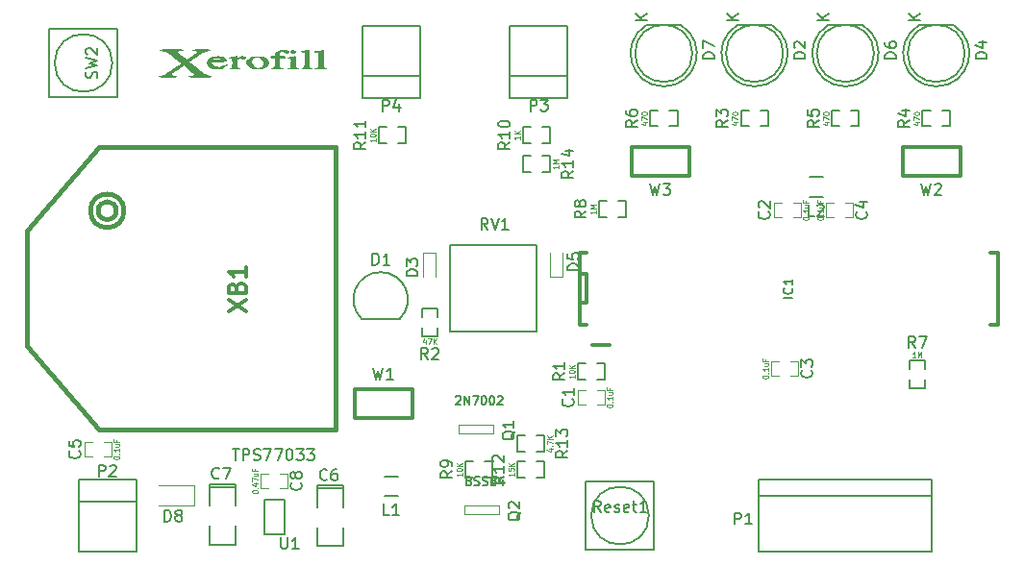
<source format=gbr>
G04 #@! TF.FileFunction,Legend,Top*
%FSLAX46Y46*%
G04 Gerber Fmt 4.6, Leading zero omitted, Abs format (unit mm)*
G04 Created by KiCad (PCBNEW 4.0.5-e0-6337~49~ubuntu14.04.1) date Tue Jan 31 14:07:59 2017*
%MOMM*%
%LPD*%
G01*
G04 APERTURE LIST*
%ADD10C,0.100000*%
%ADD11C,0.150000*%
%ADD12C,0.119380*%
%ADD13C,0.127000*%
%ADD14C,0.120000*%
%ADD15C,0.304800*%
%ADD16C,0.381000*%
%ADD17C,0.350000*%
%ADD18C,0.010000*%
%ADD19C,0.114300*%
%ADD20C,0.129540*%
G04 APERTURE END LIST*
D10*
D11*
X82460000Y-56270000D02*
X87540000Y-56270000D01*
X82460000Y-51825000D02*
X87540000Y-51825000D01*
X87540000Y-58175000D02*
X82460000Y-58175000D01*
X87540000Y-58175000D02*
X87540000Y-51825000D01*
X82460000Y-58175000D02*
X82460000Y-51825000D01*
D12*
X102115620Y-83931760D02*
X101417120Y-83931760D01*
X103116380Y-83931760D02*
X103814880Y-83931760D01*
X102115620Y-85232240D02*
X101417120Y-85232240D01*
X103814880Y-85232240D02*
X103116380Y-85232240D01*
X101417120Y-85217000D02*
X101417120Y-83947000D01*
X103814880Y-83947000D02*
X103814880Y-85217000D01*
X119387620Y-67421760D02*
X118689120Y-67421760D01*
X120388380Y-67421760D02*
X121086880Y-67421760D01*
X119387620Y-68722240D02*
X118689120Y-68722240D01*
X121086880Y-68722240D02*
X120388380Y-68722240D01*
X118689120Y-68707000D02*
X118689120Y-67437000D01*
X121086880Y-67437000D02*
X121086880Y-68707000D01*
X120134380Y-82692240D02*
X120832880Y-82692240D01*
X119133620Y-82692240D02*
X118435120Y-82692240D01*
X120134380Y-81391760D02*
X120832880Y-81391760D01*
X118435120Y-81391760D02*
X119133620Y-81391760D01*
X120832880Y-81407000D02*
X120832880Y-82677000D01*
X118435120Y-82677000D02*
X118435120Y-81407000D01*
X124960380Y-68722240D02*
X125658880Y-68722240D01*
X123959620Y-68722240D02*
X123261120Y-68722240D01*
X124960380Y-67421760D02*
X125658880Y-67421760D01*
X123261120Y-67421760D02*
X123959620Y-67421760D01*
X125658880Y-67437000D02*
X125658880Y-68707000D01*
X123261120Y-68707000D02*
X123261120Y-67437000D01*
X58681620Y-88503760D02*
X57983120Y-88503760D01*
X59682380Y-88503760D02*
X60380880Y-88503760D01*
X58681620Y-89804240D02*
X57983120Y-89804240D01*
X60380880Y-89804240D02*
X59682380Y-89804240D01*
X57983120Y-89789000D02*
X57983120Y-88519000D01*
X60380880Y-88519000D02*
X60380880Y-89789000D01*
D13*
X80803000Y-92610000D02*
X80803000Y-92356000D01*
X80803000Y-92356000D02*
X78517000Y-92356000D01*
X78517000Y-92356000D02*
X78517000Y-92610000D01*
X80803000Y-92610000D02*
X78517000Y-92610000D01*
X78517000Y-92610000D02*
X78517000Y-94261000D01*
X80803000Y-96039000D02*
X80803000Y-97690000D01*
X80803000Y-97690000D02*
X78517000Y-97690000D01*
X78517000Y-97690000D02*
X78517000Y-96039000D01*
X80803000Y-94261000D02*
X80803000Y-92610000D01*
X71303000Y-92480000D02*
X71303000Y-92226000D01*
X71303000Y-92226000D02*
X69017000Y-92226000D01*
X69017000Y-92226000D02*
X69017000Y-92480000D01*
X71303000Y-92480000D02*
X69017000Y-92480000D01*
X69017000Y-92480000D02*
X69017000Y-94131000D01*
X71303000Y-95909000D02*
X71303000Y-97560000D01*
X71303000Y-97560000D02*
X69017000Y-97560000D01*
X69017000Y-97560000D02*
X69017000Y-95909000D01*
X71303000Y-94131000D02*
X71303000Y-92480000D01*
D11*
X115475096Y-51785112D02*
G75*
G03X118500000Y-51770000I1524904J-2484888D01*
G01*
X115500000Y-51770000D02*
X118500000Y-51770000D01*
X119517936Y-54270000D02*
G75*
G03X119517936Y-54270000I-2517936J0D01*
G01*
D14*
X88942000Y-71852000D02*
X87842000Y-71852000D01*
X87842000Y-71852000D02*
X87842000Y-73952000D01*
X88942000Y-71852000D02*
X88942000Y-73952000D01*
D11*
X131475096Y-51785112D02*
G75*
G03X134500000Y-51770000I1524904J-2484888D01*
G01*
X131500000Y-51770000D02*
X134500000Y-51770000D01*
X135517936Y-54270000D02*
G75*
G03X135517936Y-54270000I-2517936J0D01*
G01*
D14*
X99018000Y-73944000D02*
X100118000Y-73944000D01*
X100118000Y-73944000D02*
X100118000Y-71844000D01*
X99018000Y-73944000D02*
X99018000Y-71844000D01*
D11*
X123475096Y-51785112D02*
G75*
G03X126500000Y-51770000I1524904J-2484888D01*
G01*
X123500000Y-51770000D02*
X126500000Y-51770000D01*
X127517936Y-54270000D02*
G75*
G03X127517936Y-54270000I-2517936J0D01*
G01*
X107475096Y-51785112D02*
G75*
G03X110500000Y-51770000I1524904J-2484888D01*
G01*
X107500000Y-51770000D02*
X110500000Y-51770000D01*
X111517936Y-54270000D02*
G75*
G03X111517936Y-54270000I-2517936J0D01*
G01*
D14*
X67686000Y-94068000D02*
X67686000Y-92368000D01*
X67686000Y-92368000D02*
X64536000Y-92368000D01*
X67686000Y-94068000D02*
X64536000Y-94068000D01*
D11*
X84400000Y-91545000D02*
X85600000Y-91545000D01*
X85600000Y-93295000D02*
X84400000Y-93295000D01*
X121828000Y-65165000D02*
X123028000Y-65165000D01*
X123028000Y-66915000D02*
X121828000Y-66915000D01*
X125000000Y-91825000D02*
X117380000Y-91825000D01*
X125000000Y-93222000D02*
X117380000Y-93222000D01*
X125000000Y-98175000D02*
X117380000Y-98175000D01*
X132620000Y-98175000D02*
X132620000Y-91825000D01*
X117380000Y-98175000D02*
X117380000Y-91825000D01*
X125000000Y-93222000D02*
X132620000Y-93222000D01*
X132620000Y-98175000D02*
X125000000Y-98175000D01*
X125000000Y-91825000D02*
X132620000Y-91825000D01*
X62540000Y-93730000D02*
X57460000Y-93730000D01*
X62540000Y-98175000D02*
X57460000Y-98175000D01*
X57460000Y-91825000D02*
X62540000Y-91825000D01*
X57460000Y-91825000D02*
X57460000Y-98175000D01*
X62540000Y-91825000D02*
X62540000Y-98175000D01*
X95460000Y-56270000D02*
X100540000Y-56270000D01*
X95460000Y-51825000D02*
X100540000Y-51825000D01*
X100540000Y-58175000D02*
X95460000Y-58175000D01*
X100540000Y-58175000D02*
X100540000Y-51825000D01*
X95460000Y-58175000D02*
X95460000Y-51825000D01*
D12*
X90932000Y-86995000D02*
X93980000Y-86995000D01*
X93980000Y-86995000D02*
X93980000Y-87757000D01*
X93980000Y-87757000D02*
X90932000Y-87757000D01*
X90932000Y-87757000D02*
X90932000Y-86995000D01*
X91440000Y-94107000D02*
X94488000Y-94107000D01*
X94488000Y-94107000D02*
X94488000Y-94869000D01*
X94488000Y-94869000D02*
X91440000Y-94869000D01*
X91440000Y-94869000D02*
X91440000Y-94107000D01*
D13*
X102115620Y-81597500D02*
X101409500Y-81597500D01*
X101409500Y-81597500D02*
X101409500Y-82994500D01*
X101409500Y-82994500D02*
X102115620Y-82994500D01*
X103822500Y-81597500D02*
X103116380Y-81597500D01*
X103822500Y-81597500D02*
X103822500Y-82994500D01*
X103822500Y-82994500D02*
X103116380Y-82994500D01*
X87693500Y-78478380D02*
X87693500Y-79184500D01*
X87693500Y-79184500D02*
X89090500Y-79184500D01*
X89090500Y-79184500D02*
X89090500Y-78478380D01*
X87693500Y-76771500D02*
X87693500Y-77477620D01*
X87693500Y-76771500D02*
X89090500Y-76771500D01*
X89090500Y-76771500D02*
X89090500Y-77477620D01*
X116499620Y-59301500D02*
X115793500Y-59301500D01*
X115793500Y-59301500D02*
X115793500Y-60698500D01*
X115793500Y-60698500D02*
X116499620Y-60698500D01*
X118206500Y-59301500D02*
X117500380Y-59301500D01*
X118206500Y-59301500D02*
X118206500Y-60698500D01*
X118206500Y-60698500D02*
X117500380Y-60698500D01*
X132499620Y-59301500D02*
X131793500Y-59301500D01*
X131793500Y-59301500D02*
X131793500Y-60698500D01*
X131793500Y-60698500D02*
X132499620Y-60698500D01*
X134206500Y-59301500D02*
X133500380Y-59301500D01*
X134206500Y-59301500D02*
X134206500Y-60698500D01*
X134206500Y-60698500D02*
X133500380Y-60698500D01*
X124499620Y-59301500D02*
X123793500Y-59301500D01*
X123793500Y-59301500D02*
X123793500Y-60698500D01*
X123793500Y-60698500D02*
X124499620Y-60698500D01*
X126206500Y-59301500D02*
X125500380Y-59301500D01*
X126206500Y-59301500D02*
X126206500Y-60698500D01*
X126206500Y-60698500D02*
X125500380Y-60698500D01*
X108499620Y-59301500D02*
X107793500Y-59301500D01*
X107793500Y-59301500D02*
X107793500Y-60698500D01*
X107793500Y-60698500D02*
X108499620Y-60698500D01*
X110206500Y-59301500D02*
X109500380Y-59301500D01*
X110206500Y-59301500D02*
X110206500Y-60698500D01*
X110206500Y-60698500D02*
X109500380Y-60698500D01*
X132016500Y-82049620D02*
X132016500Y-81343500D01*
X132016500Y-81343500D02*
X130619500Y-81343500D01*
X130619500Y-81343500D02*
X130619500Y-82049620D01*
X132016500Y-83756500D02*
X132016500Y-83050380D01*
X132016500Y-83756500D02*
X130619500Y-83756500D01*
X130619500Y-83756500D02*
X130619500Y-83050380D01*
X103999620Y-67301500D02*
X103293500Y-67301500D01*
X103293500Y-67301500D02*
X103293500Y-68698500D01*
X103293500Y-68698500D02*
X103999620Y-68698500D01*
X105706500Y-67301500D02*
X105000380Y-67301500D01*
X105706500Y-67301500D02*
X105706500Y-68698500D01*
X105706500Y-68698500D02*
X105000380Y-68698500D01*
X92209620Y-90233500D02*
X91503500Y-90233500D01*
X91503500Y-90233500D02*
X91503500Y-91630500D01*
X91503500Y-91630500D02*
X92209620Y-91630500D01*
X93916500Y-90233500D02*
X93210380Y-90233500D01*
X93916500Y-90233500D02*
X93916500Y-91630500D01*
X93916500Y-91630500D02*
X93210380Y-91630500D01*
X97289620Y-60769500D02*
X96583500Y-60769500D01*
X96583500Y-60769500D02*
X96583500Y-62166500D01*
X96583500Y-62166500D02*
X97289620Y-62166500D01*
X98996500Y-60769500D02*
X98290380Y-60769500D01*
X98996500Y-60769500D02*
X98996500Y-62166500D01*
X98996500Y-62166500D02*
X98290380Y-62166500D01*
X84589620Y-60769500D02*
X83883500Y-60769500D01*
X83883500Y-60769500D02*
X83883500Y-62166500D01*
X83883500Y-62166500D02*
X84589620Y-62166500D01*
X86296500Y-60769500D02*
X85590380Y-60769500D01*
X86296500Y-60769500D02*
X86296500Y-62166500D01*
X86296500Y-62166500D02*
X85590380Y-62166500D01*
X96781620Y-90233500D02*
X96075500Y-90233500D01*
X96075500Y-90233500D02*
X96075500Y-91630500D01*
X96075500Y-91630500D02*
X96781620Y-91630500D01*
X98488500Y-90233500D02*
X97782380Y-90233500D01*
X98488500Y-90233500D02*
X98488500Y-91630500D01*
X98488500Y-91630500D02*
X97782380Y-91630500D01*
X97782380Y-89344500D02*
X98488500Y-89344500D01*
X98488500Y-89344500D02*
X98488500Y-87947500D01*
X98488500Y-87947500D02*
X97782380Y-87947500D01*
X96075500Y-89344500D02*
X96781620Y-89344500D01*
X96075500Y-89344500D02*
X96075500Y-87947500D01*
X96075500Y-87947500D02*
X96781620Y-87947500D01*
X98290380Y-64706500D02*
X98996500Y-64706500D01*
X98996500Y-64706500D02*
X98996500Y-63309500D01*
X98996500Y-63309500D02*
X98290380Y-63309500D01*
X96583500Y-64706500D02*
X97289620Y-64706500D01*
X96583500Y-64706500D02*
X96583500Y-63309500D01*
X96583500Y-63309500D02*
X97289620Y-63309500D01*
D11*
X90170000Y-78740000D02*
X97790000Y-78740000D01*
X97790000Y-78740000D02*
X97790000Y-71120000D01*
X97790000Y-71120000D02*
X90170000Y-71120000D01*
X90170000Y-71120000D02*
X90170000Y-78740000D01*
X60452000Y-55118000D02*
G75*
G03X60452000Y-55118000I-2540000J0D01*
G01*
X60912000Y-52118000D02*
X60912000Y-58118000D01*
X60912000Y-58118000D02*
X54912000Y-58118000D01*
X54912000Y-58118000D02*
X54912000Y-52118000D01*
X60912000Y-52118000D02*
X54912000Y-52118000D01*
D13*
X75599000Y-96674000D02*
X73821000Y-96674000D01*
X73821000Y-96674000D02*
X73821000Y-93626000D01*
X73821000Y-93626000D02*
X75599000Y-93626000D01*
X75599000Y-93626000D02*
X75599000Y-96674000D01*
D15*
X81788000Y-86360000D02*
X81788000Y-83820000D01*
X81788000Y-83820000D02*
X86868000Y-83820000D01*
X86868000Y-83820000D02*
X86868000Y-86360000D01*
X86868000Y-86360000D02*
X81788000Y-86360000D01*
D16*
X79058000Y-87446000D02*
X80074000Y-87446000D01*
X79058000Y-62554000D02*
X80074000Y-62554000D01*
X60803219Y-68142000D02*
G75*
G03X60803219Y-68142000I-803219J0D01*
G01*
X61481062Y-68142000D02*
G75*
G03X61481062Y-68142000I-1481062J0D01*
G01*
X79058000Y-87446000D02*
X59246000Y-87446000D01*
X60000000Y-62554000D02*
X59746000Y-62554000D01*
X79058000Y-62554000D02*
X59500000Y-62554000D01*
X80074000Y-87446000D02*
X80074000Y-62554000D01*
X59246000Y-62554000D02*
X52896000Y-69920000D01*
X59246000Y-87446000D02*
X52896000Y-80080000D01*
X52896000Y-80080000D02*
X52896000Y-69920000D01*
D17*
X102750000Y-80000000D02*
X104250000Y-80000000D01*
X137780000Y-78175000D02*
X138415000Y-78175000D01*
X138415000Y-78175000D02*
X138415000Y-71825000D01*
X138415000Y-71825000D02*
X137780000Y-71825000D01*
X102220000Y-76270000D02*
X101585000Y-76270000D01*
X101585000Y-76270000D02*
X102220000Y-76270000D01*
X102220000Y-76270000D02*
X102220000Y-73730000D01*
X102220000Y-73730000D02*
X101585000Y-73730000D01*
X102220000Y-78175000D02*
X101585000Y-78175000D01*
X101585000Y-78175000D02*
X101585000Y-71825000D01*
X101585000Y-71825000D02*
X102220000Y-71825000D01*
D11*
X82374000Y-77646000D02*
X85774000Y-77646000D01*
X82376944Y-77643056D02*
G75*
G02X84074000Y-73546000I1697056J1697056D01*
G01*
X85771056Y-77643056D02*
G75*
G03X84074000Y-73546000I-1697056J1697056D01*
G01*
D15*
X135128000Y-62484000D02*
X135128000Y-65024000D01*
X135128000Y-65024000D02*
X130048000Y-65024000D01*
X130048000Y-65024000D02*
X130048000Y-62484000D01*
X130048000Y-62484000D02*
X135128000Y-62484000D01*
X111252000Y-62484000D02*
X111252000Y-65024000D01*
X111252000Y-65024000D02*
X106172000Y-65024000D01*
X106172000Y-65024000D02*
X106172000Y-62484000D01*
X106172000Y-62484000D02*
X111252000Y-62484000D01*
D12*
X75176380Y-92598240D02*
X75874880Y-92598240D01*
X74175620Y-92598240D02*
X73477120Y-92598240D01*
X75176380Y-91297760D02*
X75874880Y-91297760D01*
X73477120Y-91297760D02*
X74175620Y-91297760D01*
X75874880Y-91313000D02*
X75874880Y-92583000D01*
X73477120Y-92583000D02*
X73477120Y-91313000D01*
D11*
X107696000Y-94996000D02*
G75*
G03X107696000Y-94996000I-2540000J0D01*
G01*
X102156000Y-91996000D02*
X108156000Y-91996000D01*
X108156000Y-91996000D02*
X108156000Y-97996000D01*
X108156000Y-97996000D02*
X102156000Y-97996000D01*
X102156000Y-91996000D02*
X102156000Y-97996000D01*
D18*
G36*
X68541992Y-53921265D02*
X68757824Y-53926191D01*
X68915974Y-53934128D01*
X69014847Y-53944854D01*
X69052845Y-53958144D01*
X69028375Y-53973775D01*
X68939839Y-53991525D01*
X68861562Y-54002322D01*
X68726511Y-54025646D01*
X68594457Y-54058589D01*
X68536988Y-54077712D01*
X68472764Y-54109698D01*
X68368487Y-54169915D01*
X68233440Y-54252271D01*
X68076907Y-54350676D01*
X67908172Y-54459038D01*
X67736518Y-54571266D01*
X67571229Y-54681270D01*
X67421590Y-54782956D01*
X67296884Y-54870235D01*
X67206395Y-54937015D01*
X67159406Y-54977205D01*
X67154870Y-54984529D01*
X67180240Y-55015041D01*
X67250801Y-55078702D01*
X67358232Y-55169048D01*
X67494210Y-55279617D01*
X67650414Y-55403944D01*
X67818521Y-55535567D01*
X67990209Y-55668023D01*
X68157158Y-55794848D01*
X68311044Y-55909578D01*
X68443545Y-56005752D01*
X68546340Y-56076904D01*
X68611107Y-56116573D01*
X68614800Y-56118384D01*
X68737479Y-56166599D01*
X68880112Y-56209322D01*
X68939374Y-56222974D01*
X69038005Y-56247529D01*
X69103234Y-56272867D01*
X69118959Y-56287734D01*
X69087038Y-56294980D01*
X68996744Y-56301554D01*
X68856283Y-56307216D01*
X68673861Y-56311727D01*
X68457683Y-56314846D01*
X68215954Y-56316335D01*
X68136915Y-56316428D01*
X67827175Y-56315071D01*
X67573875Y-56311099D01*
X67378402Y-56304657D01*
X67242143Y-56295890D01*
X67166483Y-56284944D01*
X67152810Y-56271966D01*
X67202510Y-56257100D01*
X67316970Y-56240493D01*
X67363995Y-56235209D01*
X67497272Y-56217384D01*
X67588726Y-56193597D01*
X67636708Y-56159018D01*
X67639568Y-56108819D01*
X67595657Y-56038172D01*
X67503325Y-55942247D01*
X67360922Y-55816215D01*
X67166798Y-55655250D01*
X67165497Y-55654187D01*
X66712213Y-55284173D01*
X66622962Y-55342568D01*
X66482358Y-55436333D01*
X66326594Y-55543131D01*
X66165291Y-55656023D01*
X66008068Y-55768071D01*
X65864544Y-55872336D01*
X65744340Y-55961880D01*
X65657074Y-56029764D01*
X65612367Y-56069051D01*
X65608732Y-56074114D01*
X65616204Y-56134241D01*
X65684332Y-56184158D01*
X65807569Y-56220715D01*
X65888856Y-56233087D01*
X66018771Y-56251260D01*
X66084059Y-56267783D01*
X66086659Y-56282369D01*
X66028509Y-56294733D01*
X65911548Y-56304587D01*
X65737714Y-56311648D01*
X65508946Y-56315627D01*
X65323940Y-56316428D01*
X65106170Y-56315227D01*
X64912487Y-56311860D01*
X64752185Y-56306678D01*
X64634556Y-56300032D01*
X64568892Y-56292274D01*
X64558278Y-56287469D01*
X64588059Y-56265909D01*
X64665278Y-56239597D01*
X64749693Y-56219333D01*
X64833679Y-56200204D01*
X64912849Y-56176298D01*
X64995019Y-56143188D01*
X65088006Y-56096444D01*
X65199626Y-56031641D01*
X65337695Y-55944350D01*
X65510030Y-55830144D01*
X65724447Y-55684594D01*
X65871191Y-55584055D01*
X66525877Y-55134645D01*
X66444664Y-55068066D01*
X66158347Y-54834109D01*
X65917025Y-54639211D01*
X65714808Y-54479492D01*
X65545809Y-54351071D01*
X65404139Y-54250070D01*
X65283910Y-54172607D01*
X65179233Y-54114803D01*
X65084220Y-54072777D01*
X64992984Y-54042650D01*
X64899634Y-54020541D01*
X64837510Y-54009055D01*
X64728851Y-53986693D01*
X64652204Y-53963759D01*
X64624857Y-53946101D01*
X64656790Y-53939456D01*
X64747164Y-53933419D01*
X64887843Y-53928208D01*
X65070689Y-53924039D01*
X65287566Y-53921127D01*
X65530337Y-53919689D01*
X65623546Y-53919573D01*
X65937399Y-53920670D01*
X66194969Y-53923912D01*
X66394053Y-53929225D01*
X66532444Y-53936537D01*
X66607937Y-53945773D01*
X66622236Y-53952863D01*
X66592828Y-53974309D01*
X66519909Y-53985759D01*
X66497400Y-53986338D01*
X66392108Y-53994047D01*
X66282923Y-54013524D01*
X66189657Y-54039725D01*
X66132125Y-54067609D01*
X66122891Y-54081656D01*
X66148928Y-54142513D01*
X66222153Y-54234078D01*
X66335237Y-54348838D01*
X66480852Y-54479282D01*
X66628054Y-54599489D01*
X66950124Y-54852081D01*
X67377071Y-54564320D01*
X67577426Y-54428066D01*
X67727416Y-54322455D01*
X67832795Y-54242307D01*
X67899320Y-54182441D01*
X67932743Y-54137675D01*
X67938821Y-54102828D01*
X67923306Y-54072719D01*
X67923206Y-54072599D01*
X67867145Y-54040525D01*
X67766937Y-54012779D01*
X67684520Y-53999813D01*
X67556765Y-53982337D01*
X67493608Y-53966455D01*
X67493080Y-53952436D01*
X67553212Y-53940550D01*
X67672036Y-53931066D01*
X67847584Y-53924255D01*
X68077887Y-53920386D01*
X68270073Y-53919573D01*
X68541992Y-53921265D01*
X68541992Y-53921265D01*
G37*
X68541992Y-53921265D02*
X68757824Y-53926191D01*
X68915974Y-53934128D01*
X69014847Y-53944854D01*
X69052845Y-53958144D01*
X69028375Y-53973775D01*
X68939839Y-53991525D01*
X68861562Y-54002322D01*
X68726511Y-54025646D01*
X68594457Y-54058589D01*
X68536988Y-54077712D01*
X68472764Y-54109698D01*
X68368487Y-54169915D01*
X68233440Y-54252271D01*
X68076907Y-54350676D01*
X67908172Y-54459038D01*
X67736518Y-54571266D01*
X67571229Y-54681270D01*
X67421590Y-54782956D01*
X67296884Y-54870235D01*
X67206395Y-54937015D01*
X67159406Y-54977205D01*
X67154870Y-54984529D01*
X67180240Y-55015041D01*
X67250801Y-55078702D01*
X67358232Y-55169048D01*
X67494210Y-55279617D01*
X67650414Y-55403944D01*
X67818521Y-55535567D01*
X67990209Y-55668023D01*
X68157158Y-55794848D01*
X68311044Y-55909578D01*
X68443545Y-56005752D01*
X68546340Y-56076904D01*
X68611107Y-56116573D01*
X68614800Y-56118384D01*
X68737479Y-56166599D01*
X68880112Y-56209322D01*
X68939374Y-56222974D01*
X69038005Y-56247529D01*
X69103234Y-56272867D01*
X69118959Y-56287734D01*
X69087038Y-56294980D01*
X68996744Y-56301554D01*
X68856283Y-56307216D01*
X68673861Y-56311727D01*
X68457683Y-56314846D01*
X68215954Y-56316335D01*
X68136915Y-56316428D01*
X67827175Y-56315071D01*
X67573875Y-56311099D01*
X67378402Y-56304657D01*
X67242143Y-56295890D01*
X67166483Y-56284944D01*
X67152810Y-56271966D01*
X67202510Y-56257100D01*
X67316970Y-56240493D01*
X67363995Y-56235209D01*
X67497272Y-56217384D01*
X67588726Y-56193597D01*
X67636708Y-56159018D01*
X67639568Y-56108819D01*
X67595657Y-56038172D01*
X67503325Y-55942247D01*
X67360922Y-55816215D01*
X67166798Y-55655250D01*
X67165497Y-55654187D01*
X66712213Y-55284173D01*
X66622962Y-55342568D01*
X66482358Y-55436333D01*
X66326594Y-55543131D01*
X66165291Y-55656023D01*
X66008068Y-55768071D01*
X65864544Y-55872336D01*
X65744340Y-55961880D01*
X65657074Y-56029764D01*
X65612367Y-56069051D01*
X65608732Y-56074114D01*
X65616204Y-56134241D01*
X65684332Y-56184158D01*
X65807569Y-56220715D01*
X65888856Y-56233087D01*
X66018771Y-56251260D01*
X66084059Y-56267783D01*
X66086659Y-56282369D01*
X66028509Y-56294733D01*
X65911548Y-56304587D01*
X65737714Y-56311648D01*
X65508946Y-56315627D01*
X65323940Y-56316428D01*
X65106170Y-56315227D01*
X64912487Y-56311860D01*
X64752185Y-56306678D01*
X64634556Y-56300032D01*
X64568892Y-56292274D01*
X64558278Y-56287469D01*
X64588059Y-56265909D01*
X64665278Y-56239597D01*
X64749693Y-56219333D01*
X64833679Y-56200204D01*
X64912849Y-56176298D01*
X64995019Y-56143188D01*
X65088006Y-56096444D01*
X65199626Y-56031641D01*
X65337695Y-55944350D01*
X65510030Y-55830144D01*
X65724447Y-55684594D01*
X65871191Y-55584055D01*
X66525877Y-55134645D01*
X66444664Y-55068066D01*
X66158347Y-54834109D01*
X65917025Y-54639211D01*
X65714808Y-54479492D01*
X65545809Y-54351071D01*
X65404139Y-54250070D01*
X65283910Y-54172607D01*
X65179233Y-54114803D01*
X65084220Y-54072777D01*
X64992984Y-54042650D01*
X64899634Y-54020541D01*
X64837510Y-54009055D01*
X64728851Y-53986693D01*
X64652204Y-53963759D01*
X64624857Y-53946101D01*
X64656790Y-53939456D01*
X64747164Y-53933419D01*
X64887843Y-53928208D01*
X65070689Y-53924039D01*
X65287566Y-53921127D01*
X65530337Y-53919689D01*
X65623546Y-53919573D01*
X65937399Y-53920670D01*
X66194969Y-53923912D01*
X66394053Y-53929225D01*
X66532444Y-53936537D01*
X66607937Y-53945773D01*
X66622236Y-53952863D01*
X66592828Y-53974309D01*
X66519909Y-53985759D01*
X66497400Y-53986338D01*
X66392108Y-53994047D01*
X66282923Y-54013524D01*
X66189657Y-54039725D01*
X66132125Y-54067609D01*
X66122891Y-54081656D01*
X66148928Y-54142513D01*
X66222153Y-54234078D01*
X66335237Y-54348838D01*
X66480852Y-54479282D01*
X66628054Y-54599489D01*
X66950124Y-54852081D01*
X67377071Y-54564320D01*
X67577426Y-54428066D01*
X67727416Y-54322455D01*
X67832795Y-54242307D01*
X67899320Y-54182441D01*
X67932743Y-54137675D01*
X67938821Y-54102828D01*
X67923306Y-54072719D01*
X67923206Y-54072599D01*
X67867145Y-54040525D01*
X67766937Y-54012779D01*
X67684520Y-53999813D01*
X67556765Y-53982337D01*
X67493608Y-53966455D01*
X67493080Y-53952436D01*
X67553212Y-53940550D01*
X67672036Y-53931066D01*
X67847584Y-53924255D01*
X68077887Y-53920386D01*
X68270073Y-53919573D01*
X68541992Y-53921265D01*
G36*
X69885820Y-54524339D02*
X69977895Y-54538902D01*
X70064364Y-54566541D01*
X70112770Y-54586441D01*
X70259864Y-54667434D01*
X70363471Y-54761507D01*
X70413919Y-54859034D01*
X70417255Y-54889462D01*
X70413683Y-54910533D01*
X70397285Y-54926218D01*
X70359542Y-54937309D01*
X70291933Y-54944595D01*
X70185937Y-54948867D01*
X70033036Y-54950915D01*
X69824707Y-54951529D01*
X69747854Y-54951552D01*
X69078452Y-54951552D01*
X69100919Y-55041068D01*
X69171072Y-55193879D01*
X69289884Y-55314797D01*
X69446371Y-55401518D01*
X69629548Y-55451739D01*
X69828430Y-55463156D01*
X70032034Y-55433465D01*
X70229375Y-55360363D01*
X70333197Y-55299510D01*
X70416068Y-55250899D01*
X70479502Y-55227089D01*
X70494944Y-55227121D01*
X70504358Y-55254021D01*
X70466865Y-55304038D01*
X70393638Y-55367740D01*
X70295850Y-55435692D01*
X70184674Y-55498461D01*
X70158655Y-55511047D01*
X70050134Y-55556395D01*
X69946025Y-55584585D01*
X69822932Y-55600064D01*
X69657460Y-55607277D01*
X69651594Y-55607412D01*
X69503348Y-55607799D01*
X69372141Y-55602813D01*
X69277952Y-55593440D01*
X69251902Y-55587718D01*
X69047448Y-55498610D01*
X68900384Y-55382373D01*
X68812700Y-55241130D01*
X68786187Y-55090479D01*
X68807943Y-54929830D01*
X68871063Y-54811998D01*
X69107163Y-54811998D01*
X69112105Y-54830299D01*
X69143193Y-54841883D01*
X69210020Y-54848285D01*
X69322182Y-54851038D01*
X69489270Y-54851675D01*
X69533195Y-54851683D01*
X69983063Y-54851683D01*
X69946168Y-54770709D01*
X69875418Y-54689542D01*
X69761121Y-54636349D01*
X69620009Y-54610830D01*
X69468816Y-54612688D01*
X69324274Y-54641625D01*
X69203114Y-54697343D01*
X69122070Y-54779543D01*
X69118775Y-54785448D01*
X69107163Y-54811998D01*
X68871063Y-54811998D01*
X68877836Y-54799356D01*
X69003233Y-54687986D01*
X69088451Y-54636332D01*
X69181775Y-54589214D01*
X69267870Y-54558631D01*
X69367280Y-54540132D01*
X69500548Y-54529264D01*
X69603881Y-54524607D01*
X69767897Y-54520394D01*
X69885820Y-54524339D01*
X69885820Y-54524339D01*
G37*
X69885820Y-54524339D02*
X69977895Y-54538902D01*
X70064364Y-54566541D01*
X70112770Y-54586441D01*
X70259864Y-54667434D01*
X70363471Y-54761507D01*
X70413919Y-54859034D01*
X70417255Y-54889462D01*
X70413683Y-54910533D01*
X70397285Y-54926218D01*
X70359542Y-54937309D01*
X70291933Y-54944595D01*
X70185937Y-54948867D01*
X70033036Y-54950915D01*
X69824707Y-54951529D01*
X69747854Y-54951552D01*
X69078452Y-54951552D01*
X69100919Y-55041068D01*
X69171072Y-55193879D01*
X69289884Y-55314797D01*
X69446371Y-55401518D01*
X69629548Y-55451739D01*
X69828430Y-55463156D01*
X70032034Y-55433465D01*
X70229375Y-55360363D01*
X70333197Y-55299510D01*
X70416068Y-55250899D01*
X70479502Y-55227089D01*
X70494944Y-55227121D01*
X70504358Y-55254021D01*
X70466865Y-55304038D01*
X70393638Y-55367740D01*
X70295850Y-55435692D01*
X70184674Y-55498461D01*
X70158655Y-55511047D01*
X70050134Y-55556395D01*
X69946025Y-55584585D01*
X69822932Y-55600064D01*
X69657460Y-55607277D01*
X69651594Y-55607412D01*
X69503348Y-55607799D01*
X69372141Y-55602813D01*
X69277952Y-55593440D01*
X69251902Y-55587718D01*
X69047448Y-55498610D01*
X68900384Y-55382373D01*
X68812700Y-55241130D01*
X68786187Y-55090479D01*
X68807943Y-54929830D01*
X68871063Y-54811998D01*
X69107163Y-54811998D01*
X69112105Y-54830299D01*
X69143193Y-54841883D01*
X69210020Y-54848285D01*
X69322182Y-54851038D01*
X69489270Y-54851675D01*
X69533195Y-54851683D01*
X69983063Y-54851683D01*
X69946168Y-54770709D01*
X69875418Y-54689542D01*
X69761121Y-54636349D01*
X69620009Y-54610830D01*
X69468816Y-54612688D01*
X69324274Y-54641625D01*
X69203114Y-54697343D01*
X69122070Y-54779543D01*
X69118775Y-54785448D01*
X69107163Y-54811998D01*
X68871063Y-54811998D01*
X68877836Y-54799356D01*
X69003233Y-54687986D01*
X69088451Y-54636332D01*
X69181775Y-54589214D01*
X69267870Y-54558631D01*
X69367280Y-54540132D01*
X69500548Y-54529264D01*
X69603881Y-54524607D01*
X69767897Y-54520394D01*
X69885820Y-54524339D01*
G36*
X71375204Y-54547606D02*
X71382653Y-54617706D01*
X71382655Y-54619128D01*
X71382655Y-54719469D01*
X71518824Y-54629357D01*
X71633893Y-54571664D01*
X71761628Y-54536303D01*
X71889034Y-54522572D01*
X72003119Y-54529770D01*
X72090887Y-54557197D01*
X72139344Y-54604151D01*
X72138507Y-54662784D01*
X72085685Y-54716721D01*
X71993493Y-54742647D01*
X71884796Y-54736201D01*
X71834517Y-54720751D01*
X71724522Y-54679570D01*
X71651149Y-54666163D01*
X71590325Y-54680939D01*
X71517977Y-54724307D01*
X71515189Y-54726180D01*
X71458881Y-54766367D01*
X71424066Y-54805308D01*
X71404842Y-54859889D01*
X71395307Y-54946997D01*
X71389561Y-55083520D01*
X71389478Y-55085913D01*
X71385339Y-55259500D01*
X71390443Y-55379198D01*
X71409656Y-55457554D01*
X71447847Y-55507113D01*
X71509885Y-55540422D01*
X71574231Y-55562055D01*
X71630356Y-55580054D01*
X71658093Y-55592926D01*
X71650792Y-55601532D01*
X71601802Y-55606732D01*
X71504471Y-55609384D01*
X71352149Y-55610348D01*
X71199562Y-55610481D01*
X71000459Y-55609593D01*
X70863033Y-55606615D01*
X70782405Y-55601165D01*
X70753693Y-55592860D01*
X70772019Y-55581318D01*
X70783442Y-55577864D01*
X70875561Y-55550775D01*
X70937103Y-55522335D01*
X70974600Y-55479563D01*
X70994582Y-55409481D01*
X71003579Y-55299106D01*
X71008123Y-55135460D01*
X71008224Y-55131095D01*
X71008871Y-54978378D01*
X71004078Y-54847633D01*
X70994754Y-54754891D01*
X70984939Y-54719281D01*
X70927436Y-54684050D01*
X70824434Y-54670138D01*
X70818413Y-54670103D01*
X70734373Y-54666151D01*
X70687252Y-54656264D01*
X70683573Y-54652089D01*
X70713603Y-54640705D01*
X70792607Y-54621275D01*
X70903953Y-54597101D01*
X71031010Y-54571489D01*
X71157147Y-54547744D01*
X71265733Y-54529168D01*
X71340136Y-54519066D01*
X71357688Y-54518156D01*
X71375204Y-54547606D01*
X71375204Y-54547606D01*
G37*
X71375204Y-54547606D02*
X71382653Y-54617706D01*
X71382655Y-54619128D01*
X71382655Y-54719469D01*
X71518824Y-54629357D01*
X71633893Y-54571664D01*
X71761628Y-54536303D01*
X71889034Y-54522572D01*
X72003119Y-54529770D01*
X72090887Y-54557197D01*
X72139344Y-54604151D01*
X72138507Y-54662784D01*
X72085685Y-54716721D01*
X71993493Y-54742647D01*
X71884796Y-54736201D01*
X71834517Y-54720751D01*
X71724522Y-54679570D01*
X71651149Y-54666163D01*
X71590325Y-54680939D01*
X71517977Y-54724307D01*
X71515189Y-54726180D01*
X71458881Y-54766367D01*
X71424066Y-54805308D01*
X71404842Y-54859889D01*
X71395307Y-54946997D01*
X71389561Y-55083520D01*
X71389478Y-55085913D01*
X71385339Y-55259500D01*
X71390443Y-55379198D01*
X71409656Y-55457554D01*
X71447847Y-55507113D01*
X71509885Y-55540422D01*
X71574231Y-55562055D01*
X71630356Y-55580054D01*
X71658093Y-55592926D01*
X71650792Y-55601532D01*
X71601802Y-55606732D01*
X71504471Y-55609384D01*
X71352149Y-55610348D01*
X71199562Y-55610481D01*
X71000459Y-55609593D01*
X70863033Y-55606615D01*
X70782405Y-55601165D01*
X70753693Y-55592860D01*
X70772019Y-55581318D01*
X70783442Y-55577864D01*
X70875561Y-55550775D01*
X70937103Y-55522335D01*
X70974600Y-55479563D01*
X70994582Y-55409481D01*
X71003579Y-55299106D01*
X71008123Y-55135460D01*
X71008224Y-55131095D01*
X71008871Y-54978378D01*
X71004078Y-54847633D01*
X70994754Y-54754891D01*
X70984939Y-54719281D01*
X70927436Y-54684050D01*
X70824434Y-54670138D01*
X70818413Y-54670103D01*
X70734373Y-54666151D01*
X70687252Y-54656264D01*
X70683573Y-54652089D01*
X70713603Y-54640705D01*
X70792607Y-54621275D01*
X70903953Y-54597101D01*
X71031010Y-54571489D01*
X71157147Y-54547744D01*
X71265733Y-54529168D01*
X71340136Y-54519066D01*
X71357688Y-54518156D01*
X71375204Y-54547606D01*
G36*
X73411141Y-54536339D02*
X73541425Y-54540652D01*
X73637026Y-54550756D01*
X73713890Y-54569039D01*
X73787960Y-54597885D01*
X73852689Y-54628584D01*
X74020485Y-54737053D01*
X74127429Y-54862782D01*
X74174703Y-54998852D01*
X74163489Y-55138344D01*
X74094970Y-55274340D01*
X73970326Y-55399922D01*
X73790741Y-55508172D01*
X73695556Y-55548180D01*
X73527152Y-55591527D01*
X73323014Y-55614748D01*
X73106848Y-55617717D01*
X72902362Y-55600304D01*
X72733261Y-55562381D01*
X72708777Y-55553511D01*
X72510495Y-55453812D01*
X72366044Y-55334587D01*
X72277323Y-55202183D01*
X72246230Y-55062948D01*
X72250898Y-55040008D01*
X72664247Y-55040008D01*
X72710555Y-55194633D01*
X72796418Y-55339195D01*
X72911500Y-55454475D01*
X72995553Y-55503941D01*
X73135412Y-55541015D01*
X73297599Y-55548965D01*
X73453976Y-55528793D01*
X73573453Y-55483333D01*
X73690732Y-55377536D01*
X73754392Y-55243573D01*
X73764036Y-55093280D01*
X73719265Y-54938493D01*
X73619683Y-54791048D01*
X73597482Y-54767772D01*
X73455564Y-54661800D01*
X73295685Y-54600235D01*
X73130418Y-54581361D01*
X72972335Y-54603465D01*
X72834008Y-54664832D01*
X72728010Y-54763748D01*
X72667830Y-54894542D01*
X72664247Y-55040008D01*
X72250898Y-55040008D01*
X72274662Y-54923228D01*
X72364518Y-54789372D01*
X72456211Y-54708921D01*
X72558436Y-54640627D01*
X72658865Y-54592563D01*
X72772397Y-54561391D01*
X72913927Y-54543770D01*
X73098352Y-54536364D01*
X73230231Y-54535432D01*
X73411141Y-54536339D01*
X73411141Y-54536339D01*
G37*
X73411141Y-54536339D02*
X73541425Y-54540652D01*
X73637026Y-54550756D01*
X73713890Y-54569039D01*
X73787960Y-54597885D01*
X73852689Y-54628584D01*
X74020485Y-54737053D01*
X74127429Y-54862782D01*
X74174703Y-54998852D01*
X74163489Y-55138344D01*
X74094970Y-55274340D01*
X73970326Y-55399922D01*
X73790741Y-55508172D01*
X73695556Y-55548180D01*
X73527152Y-55591527D01*
X73323014Y-55614748D01*
X73106848Y-55617717D01*
X72902362Y-55600304D01*
X72733261Y-55562381D01*
X72708777Y-55553511D01*
X72510495Y-55453812D01*
X72366044Y-55334587D01*
X72277323Y-55202183D01*
X72246230Y-55062948D01*
X72250898Y-55040008D01*
X72664247Y-55040008D01*
X72710555Y-55194633D01*
X72796418Y-55339195D01*
X72911500Y-55454475D01*
X72995553Y-55503941D01*
X73135412Y-55541015D01*
X73297599Y-55548965D01*
X73453976Y-55528793D01*
X73573453Y-55483333D01*
X73690732Y-55377536D01*
X73754392Y-55243573D01*
X73764036Y-55093280D01*
X73719265Y-54938493D01*
X73619683Y-54791048D01*
X73597482Y-54767772D01*
X73455564Y-54661800D01*
X73295685Y-54600235D01*
X73130418Y-54581361D01*
X72972335Y-54603465D01*
X72834008Y-54664832D01*
X72728010Y-54763748D01*
X72667830Y-54894542D01*
X72664247Y-55040008D01*
X72250898Y-55040008D01*
X72274662Y-54923228D01*
X72364518Y-54789372D01*
X72456211Y-54708921D01*
X72558436Y-54640627D01*
X72658865Y-54592563D01*
X72772397Y-54561391D01*
X72913927Y-54543770D01*
X73098352Y-54536364D01*
X73230231Y-54535432D01*
X73411141Y-54536339D01*
G36*
X75632700Y-53975784D02*
X75782592Y-53999692D01*
X75897568Y-54040072D01*
X75942379Y-54071642D01*
X75974214Y-54115390D01*
X75954166Y-54151171D01*
X75928652Y-54171280D01*
X75817686Y-54215166D01*
X75694443Y-54200489D01*
X75583222Y-54135956D01*
X75463434Y-54068168D01*
X75349528Y-54052732D01*
X75232125Y-54072872D01*
X75156491Y-54137134D01*
X75118149Y-54251278D01*
X75111096Y-54359746D01*
X75111096Y-54518787D01*
X75377413Y-54518787D01*
X75514058Y-54521139D01*
X75596064Y-54529672D01*
X75635252Y-54546604D01*
X75643730Y-54568721D01*
X75631186Y-54594342D01*
X75585674Y-54609718D01*
X75495371Y-54617066D01*
X75377413Y-54618656D01*
X75111096Y-54618656D01*
X75111096Y-55029617D01*
X75114054Y-55227761D01*
X75125372Y-55368985D01*
X75148711Y-55462781D01*
X75187734Y-55518642D01*
X75246104Y-55546060D01*
X75313455Y-55554084D01*
X75411263Y-55567425D01*
X75477282Y-55584055D01*
X75474786Y-55592970D01*
X75412607Y-55600486D01*
X75297633Y-55606245D01*
X75136749Y-55609885D01*
X74961292Y-55611050D01*
X74751133Y-55610810D01*
X74601220Y-55609413D01*
X74505224Y-55606260D01*
X74456815Y-55600753D01*
X74449662Y-55592293D01*
X74477436Y-55580280D01*
X74516114Y-55568926D01*
X74615266Y-55539057D01*
X74689134Y-55512278D01*
X74707530Y-55503359D01*
X74725372Y-55457751D01*
X74737559Y-55347662D01*
X74743934Y-55174961D01*
X74744909Y-55049456D01*
X74744909Y-54618656D01*
X74561816Y-54618656D01*
X74451400Y-54614173D01*
X74394554Y-54598442D01*
X74378723Y-54568721D01*
X74395483Y-54538296D01*
X74454112Y-54522823D01*
X74557562Y-54518787D01*
X74736400Y-54518787D01*
X74756588Y-54392538D01*
X74807950Y-54261308D01*
X74910098Y-54141003D01*
X75028744Y-54059615D01*
X75096874Y-54035371D01*
X75204825Y-54007703D01*
X75303991Y-53987393D01*
X75466848Y-53970851D01*
X75632700Y-53975784D01*
X75632700Y-53975784D01*
G37*
X75632700Y-53975784D02*
X75782592Y-53999692D01*
X75897568Y-54040072D01*
X75942379Y-54071642D01*
X75974214Y-54115390D01*
X75954166Y-54151171D01*
X75928652Y-54171280D01*
X75817686Y-54215166D01*
X75694443Y-54200489D01*
X75583222Y-54135956D01*
X75463434Y-54068168D01*
X75349528Y-54052732D01*
X75232125Y-54072872D01*
X75156491Y-54137134D01*
X75118149Y-54251278D01*
X75111096Y-54359746D01*
X75111096Y-54518787D01*
X75377413Y-54518787D01*
X75514058Y-54521139D01*
X75596064Y-54529672D01*
X75635252Y-54546604D01*
X75643730Y-54568721D01*
X75631186Y-54594342D01*
X75585674Y-54609718D01*
X75495371Y-54617066D01*
X75377413Y-54618656D01*
X75111096Y-54618656D01*
X75111096Y-55029617D01*
X75114054Y-55227761D01*
X75125372Y-55368985D01*
X75148711Y-55462781D01*
X75187734Y-55518642D01*
X75246104Y-55546060D01*
X75313455Y-55554084D01*
X75411263Y-55567425D01*
X75477282Y-55584055D01*
X75474786Y-55592970D01*
X75412607Y-55600486D01*
X75297633Y-55606245D01*
X75136749Y-55609885D01*
X74961292Y-55611050D01*
X74751133Y-55610810D01*
X74601220Y-55609413D01*
X74505224Y-55606260D01*
X74456815Y-55600753D01*
X74449662Y-55592293D01*
X74477436Y-55580280D01*
X74516114Y-55568926D01*
X74615266Y-55539057D01*
X74689134Y-55512278D01*
X74707530Y-55503359D01*
X74725372Y-55457751D01*
X74737559Y-55347662D01*
X74743934Y-55174961D01*
X74744909Y-55049456D01*
X74744909Y-54618656D01*
X74561816Y-54618656D01*
X74451400Y-54614173D01*
X74394554Y-54598442D01*
X74378723Y-54568721D01*
X74395483Y-54538296D01*
X74454112Y-54522823D01*
X74557562Y-54518787D01*
X74736400Y-54518787D01*
X74756588Y-54392538D01*
X74807950Y-54261308D01*
X74910098Y-54141003D01*
X75028744Y-54059615D01*
X75096874Y-54035371D01*
X75204825Y-54007703D01*
X75303991Y-53987393D01*
X75466848Y-53970851D01*
X75632700Y-53975784D01*
G36*
X76519502Y-54538513D02*
X76531679Y-54602111D01*
X76539204Y-54716210D01*
X76542672Y-54887439D01*
X76543060Y-54976519D01*
X76545103Y-55146931D01*
X76550348Y-55294939D01*
X76558059Y-55407011D01*
X76567503Y-55469617D01*
X76570197Y-55476196D01*
X76616222Y-55510867D01*
X76701387Y-55549549D01*
X76744458Y-55564451D01*
X76795741Y-55581657D01*
X76818110Y-55593979D01*
X76804830Y-55602226D01*
X76749168Y-55607204D01*
X76644388Y-55609723D01*
X76483755Y-55610591D01*
X76359457Y-55610655D01*
X76160376Y-55609703D01*
X76022959Y-55606684D01*
X75942314Y-55601212D01*
X75913548Y-55592901D01*
X75931768Y-55581366D01*
X75943337Y-55577864D01*
X76034287Y-55551193D01*
X76095516Y-55523233D01*
X76133290Y-55481257D01*
X76153876Y-55412540D01*
X76163539Y-55304356D01*
X76168545Y-55143978D01*
X76169165Y-55119215D01*
X76171484Y-54930463D01*
X76164664Y-54798950D01*
X76144716Y-54715533D01*
X76107651Y-54671070D01*
X76049483Y-54656419D01*
X75969685Y-54661970D01*
X75889337Y-54667500D01*
X75845946Y-54660271D01*
X75843468Y-54656112D01*
X75873489Y-54642454D01*
X75952401Y-54621004D01*
X76063480Y-54595251D01*
X76189998Y-54568682D01*
X76315232Y-54544785D01*
X76422455Y-54527046D01*
X76494942Y-54518953D01*
X76502081Y-54518787D01*
X76519502Y-54538513D01*
X76519502Y-54538513D01*
G37*
X76519502Y-54538513D02*
X76531679Y-54602111D01*
X76539204Y-54716210D01*
X76542672Y-54887439D01*
X76543060Y-54976519D01*
X76545103Y-55146931D01*
X76550348Y-55294939D01*
X76558059Y-55407011D01*
X76567503Y-55469617D01*
X76570197Y-55476196D01*
X76616222Y-55510867D01*
X76701387Y-55549549D01*
X76744458Y-55564451D01*
X76795741Y-55581657D01*
X76818110Y-55593979D01*
X76804830Y-55602226D01*
X76749168Y-55607204D01*
X76644388Y-55609723D01*
X76483755Y-55610591D01*
X76359457Y-55610655D01*
X76160376Y-55609703D01*
X76022959Y-55606684D01*
X75942314Y-55601212D01*
X75913548Y-55592901D01*
X75931768Y-55581366D01*
X75943337Y-55577864D01*
X76034287Y-55551193D01*
X76095516Y-55523233D01*
X76133290Y-55481257D01*
X76153876Y-55412540D01*
X76163539Y-55304356D01*
X76168545Y-55143978D01*
X76169165Y-55119215D01*
X76171484Y-54930463D01*
X76164664Y-54798950D01*
X76144716Y-54715533D01*
X76107651Y-54671070D01*
X76049483Y-54656419D01*
X75969685Y-54661970D01*
X75889337Y-54667500D01*
X75845946Y-54660271D01*
X75843468Y-54656112D01*
X75873489Y-54642454D01*
X75952401Y-54621004D01*
X76063480Y-54595251D01*
X76189998Y-54568682D01*
X76315232Y-54544785D01*
X76422455Y-54527046D01*
X76494942Y-54518953D01*
X76502081Y-54518787D01*
X76519502Y-54538513D01*
G36*
X77740978Y-54704936D02*
X77741083Y-54954507D01*
X77742905Y-55146047D01*
X77748703Y-55288099D01*
X77760740Y-55389209D01*
X77781273Y-55457922D01*
X77812565Y-55502784D01*
X77856874Y-55532338D01*
X77916461Y-55555129D01*
X77970385Y-55572242D01*
X78006444Y-55586463D01*
X78007091Y-55596753D01*
X77965930Y-55603704D01*
X77876561Y-55607909D01*
X77732587Y-55609961D01*
X77557885Y-55610456D01*
X77358778Y-55609577D01*
X77221351Y-55606605D01*
X77140725Y-55601158D01*
X77112021Y-55592854D01*
X77130362Y-55581311D01*
X77141764Y-55577864D01*
X77213511Y-55558141D01*
X77267394Y-55538722D01*
X77305959Y-55510621D01*
X77331756Y-55464853D01*
X77347332Y-55392430D01*
X77355236Y-55284368D01*
X77358015Y-55131679D01*
X77358217Y-54925379D01*
X77358147Y-54814765D01*
X77358147Y-54135956D01*
X77191698Y-54117582D01*
X77106298Y-54105149D01*
X77073693Y-54091472D01*
X77096816Y-54075281D01*
X77178601Y-54055309D01*
X77321977Y-54030288D01*
X77433048Y-54013181D01*
X77740978Y-53967127D01*
X77740978Y-54704936D01*
X77740978Y-54704936D01*
G37*
X77740978Y-54704936D02*
X77741083Y-54954507D01*
X77742905Y-55146047D01*
X77748703Y-55288099D01*
X77760740Y-55389209D01*
X77781273Y-55457922D01*
X77812565Y-55502784D01*
X77856874Y-55532338D01*
X77916461Y-55555129D01*
X77970385Y-55572242D01*
X78006444Y-55586463D01*
X78007091Y-55596753D01*
X77965930Y-55603704D01*
X77876561Y-55607909D01*
X77732587Y-55609961D01*
X77557885Y-55610456D01*
X77358778Y-55609577D01*
X77221351Y-55606605D01*
X77140725Y-55601158D01*
X77112021Y-55592854D01*
X77130362Y-55581311D01*
X77141764Y-55577864D01*
X77213511Y-55558141D01*
X77267394Y-55538722D01*
X77305959Y-55510621D01*
X77331756Y-55464853D01*
X77347332Y-55392430D01*
X77355236Y-55284368D01*
X77358015Y-55131679D01*
X77358217Y-54925379D01*
X77358147Y-54814765D01*
X77358147Y-54135956D01*
X77191698Y-54117582D01*
X77106298Y-54105149D01*
X77073693Y-54091472D01*
X77096816Y-54075281D01*
X77178601Y-54055309D01*
X77321977Y-54030288D01*
X77433048Y-54013181D01*
X77740978Y-53967127D01*
X77740978Y-54704936D01*
G36*
X78980421Y-54730233D02*
X78983170Y-54978551D01*
X78986364Y-55168727D01*
X78992237Y-55309176D01*
X79003026Y-55408312D01*
X79020969Y-55474549D01*
X79048300Y-55516301D01*
X79087258Y-55541982D01*
X79140077Y-55560005D01*
X79205722Y-55577864D01*
X79234506Y-55590163D01*
X79217707Y-55599286D01*
X79150469Y-55605611D01*
X79027939Y-55609516D01*
X78845262Y-55611379D01*
X78772957Y-55611607D01*
X78574086Y-55610427D01*
X78423008Y-55606235D01*
X78325013Y-55599335D01*
X78285394Y-55590028D01*
X78290257Y-55584055D01*
X78381458Y-55558637D01*
X78429850Y-55553106D01*
X78488582Y-55543629D01*
X78532940Y-55514182D01*
X78564850Y-55456837D01*
X78586235Y-55363671D01*
X78599020Y-55226756D01*
X78605128Y-55038167D01*
X78606508Y-54825443D01*
X78604529Y-54617452D01*
X78598969Y-54438333D01*
X78590392Y-54298609D01*
X78579363Y-54208804D01*
X78572047Y-54183702D01*
X78530934Y-54141053D01*
X78455482Y-54122065D01*
X78383406Y-54119311D01*
X78286707Y-54115249D01*
X78253275Y-54103836D01*
X78280343Y-54086230D01*
X78365144Y-54063588D01*
X78504911Y-54037068D01*
X78625205Y-54018110D01*
X78971502Y-53966843D01*
X78980421Y-54730233D01*
X78980421Y-54730233D01*
G37*
X78980421Y-54730233D02*
X78983170Y-54978551D01*
X78986364Y-55168727D01*
X78992237Y-55309176D01*
X79003026Y-55408312D01*
X79020969Y-55474549D01*
X79048300Y-55516301D01*
X79087258Y-55541982D01*
X79140077Y-55560005D01*
X79205722Y-55577864D01*
X79234506Y-55590163D01*
X79217707Y-55599286D01*
X79150469Y-55605611D01*
X79027939Y-55609516D01*
X78845262Y-55611379D01*
X78772957Y-55611607D01*
X78574086Y-55610427D01*
X78423008Y-55606235D01*
X78325013Y-55599335D01*
X78285394Y-55590028D01*
X78290257Y-55584055D01*
X78381458Y-55558637D01*
X78429850Y-55553106D01*
X78488582Y-55543629D01*
X78532940Y-55514182D01*
X78564850Y-55456837D01*
X78586235Y-55363671D01*
X78599020Y-55226756D01*
X78605128Y-55038167D01*
X78606508Y-54825443D01*
X78604529Y-54617452D01*
X78598969Y-54438333D01*
X78590392Y-54298609D01*
X78579363Y-54208804D01*
X78572047Y-54183702D01*
X78530934Y-54141053D01*
X78455482Y-54122065D01*
X78383406Y-54119311D01*
X78286707Y-54115249D01*
X78253275Y-54103836D01*
X78280343Y-54086230D01*
X78365144Y-54063588D01*
X78504911Y-54037068D01*
X78625205Y-54018110D01*
X78971502Y-53966843D01*
X78980421Y-54730233D01*
G36*
X76419456Y-53983768D02*
X76493927Y-54018326D01*
X76538154Y-54066217D01*
X76542099Y-54119041D01*
X76495722Y-54168400D01*
X76457159Y-54186714D01*
X76328841Y-54215413D01*
X76204666Y-54192496D01*
X76184687Y-54184853D01*
X76119992Y-54135635D01*
X76113085Y-54074320D01*
X76161182Y-54016444D01*
X76219943Y-53988250D01*
X76324781Y-53970943D01*
X76419456Y-53983768D01*
X76419456Y-53983768D01*
G37*
X76419456Y-53983768D02*
X76493927Y-54018326D01*
X76538154Y-54066217D01*
X76542099Y-54119041D01*
X76495722Y-54168400D01*
X76457159Y-54186714D01*
X76328841Y-54215413D01*
X76204666Y-54192496D01*
X76184687Y-54184853D01*
X76119992Y-54135635D01*
X76113085Y-54074320D01*
X76161182Y-54016444D01*
X76219943Y-53988250D01*
X76324781Y-53970943D01*
X76419456Y-53983768D01*
D11*
X84261905Y-59352381D02*
X84261905Y-58352381D01*
X84642858Y-58352381D01*
X84738096Y-58400000D01*
X84785715Y-58447619D01*
X84833334Y-58542857D01*
X84833334Y-58685714D01*
X84785715Y-58780952D01*
X84738096Y-58828571D01*
X84642858Y-58876190D01*
X84261905Y-58876190D01*
X85690477Y-58685714D02*
X85690477Y-59352381D01*
X85452381Y-58304762D02*
X85214286Y-59019048D01*
X85833334Y-59019048D01*
X100973143Y-84748666D02*
X101020762Y-84796285D01*
X101068381Y-84939142D01*
X101068381Y-85034380D01*
X101020762Y-85177238D01*
X100925524Y-85272476D01*
X100830286Y-85320095D01*
X100639810Y-85367714D01*
X100496952Y-85367714D01*
X100306476Y-85320095D01*
X100211238Y-85272476D01*
X100116000Y-85177238D01*
X100068381Y-85034380D01*
X100068381Y-84939142D01*
X100116000Y-84796285D01*
X100163619Y-84748666D01*
X101068381Y-83796285D02*
X101068381Y-84367714D01*
X101068381Y-84082000D02*
X100068381Y-84082000D01*
X100211238Y-84177238D01*
X100306476Y-84272476D01*
X100354095Y-84367714D01*
D19*
X103988810Y-85333114D02*
X103988810Y-85289571D01*
X104013000Y-85246028D01*
X104037190Y-85224257D01*
X104085571Y-85202486D01*
X104182333Y-85180714D01*
X104303286Y-85180714D01*
X104400048Y-85202486D01*
X104448429Y-85224257D01*
X104472619Y-85246028D01*
X104496810Y-85289571D01*
X104496810Y-85333114D01*
X104472619Y-85376657D01*
X104448429Y-85398428D01*
X104400048Y-85420200D01*
X104303286Y-85441971D01*
X104182333Y-85441971D01*
X104085571Y-85420200D01*
X104037190Y-85398428D01*
X104013000Y-85376657D01*
X103988810Y-85333114D01*
X104448429Y-84984771D02*
X104472619Y-84962999D01*
X104496810Y-84984771D01*
X104472619Y-85006542D01*
X104448429Y-84984771D01*
X104496810Y-84984771D01*
X104496810Y-84527571D02*
X104496810Y-84788828D01*
X104496810Y-84658200D02*
X103988810Y-84658200D01*
X104061381Y-84701743D01*
X104109762Y-84745285D01*
X104133952Y-84788828D01*
X104158143Y-84135685D02*
X104496810Y-84135685D01*
X104158143Y-84331628D02*
X104424238Y-84331628D01*
X104472619Y-84309856D01*
X104496810Y-84266314D01*
X104496810Y-84200999D01*
X104472619Y-84157456D01*
X104448429Y-84135685D01*
X104230714Y-83765571D02*
X104230714Y-83917971D01*
X104496810Y-83917971D02*
X103988810Y-83917971D01*
X103988810Y-83700257D01*
D11*
X118245143Y-68238666D02*
X118292762Y-68286285D01*
X118340381Y-68429142D01*
X118340381Y-68524380D01*
X118292762Y-68667238D01*
X118197524Y-68762476D01*
X118102286Y-68810095D01*
X117911810Y-68857714D01*
X117768952Y-68857714D01*
X117578476Y-68810095D01*
X117483238Y-68762476D01*
X117388000Y-68667238D01*
X117340381Y-68524380D01*
X117340381Y-68429142D01*
X117388000Y-68286285D01*
X117435619Y-68238666D01*
X117435619Y-67857714D02*
X117388000Y-67810095D01*
X117340381Y-67714857D01*
X117340381Y-67476761D01*
X117388000Y-67381523D01*
X117435619Y-67333904D01*
X117530857Y-67286285D01*
X117626095Y-67286285D01*
X117768952Y-67333904D01*
X118340381Y-67905333D01*
X118340381Y-67286285D01*
D19*
X121260810Y-68823114D02*
X121260810Y-68779571D01*
X121285000Y-68736028D01*
X121309190Y-68714257D01*
X121357571Y-68692486D01*
X121454333Y-68670714D01*
X121575286Y-68670714D01*
X121672048Y-68692486D01*
X121720429Y-68714257D01*
X121744619Y-68736028D01*
X121768810Y-68779571D01*
X121768810Y-68823114D01*
X121744619Y-68866657D01*
X121720429Y-68888428D01*
X121672048Y-68910200D01*
X121575286Y-68931971D01*
X121454333Y-68931971D01*
X121357571Y-68910200D01*
X121309190Y-68888428D01*
X121285000Y-68866657D01*
X121260810Y-68823114D01*
X121720429Y-68474771D02*
X121744619Y-68452999D01*
X121768810Y-68474771D01*
X121744619Y-68496542D01*
X121720429Y-68474771D01*
X121768810Y-68474771D01*
X121768810Y-68017571D02*
X121768810Y-68278828D01*
X121768810Y-68148200D02*
X121260810Y-68148200D01*
X121333381Y-68191743D01*
X121381762Y-68235285D01*
X121405952Y-68278828D01*
X121430143Y-67625685D02*
X121768810Y-67625685D01*
X121430143Y-67821628D02*
X121696238Y-67821628D01*
X121744619Y-67799856D01*
X121768810Y-67756314D01*
X121768810Y-67690999D01*
X121744619Y-67647456D01*
X121720429Y-67625685D01*
X121502714Y-67255571D02*
X121502714Y-67407971D01*
X121768810Y-67407971D02*
X121260810Y-67407971D01*
X121260810Y-67190257D01*
D11*
X121991143Y-82208666D02*
X122038762Y-82256285D01*
X122086381Y-82399142D01*
X122086381Y-82494380D01*
X122038762Y-82637238D01*
X121943524Y-82732476D01*
X121848286Y-82780095D01*
X121657810Y-82827714D01*
X121514952Y-82827714D01*
X121324476Y-82780095D01*
X121229238Y-82732476D01*
X121134000Y-82637238D01*
X121086381Y-82494380D01*
X121086381Y-82399142D01*
X121134000Y-82256285D01*
X121181619Y-82208666D01*
X121086381Y-81875333D02*
X121086381Y-81256285D01*
X121467333Y-81589619D01*
X121467333Y-81446761D01*
X121514952Y-81351523D01*
X121562571Y-81303904D01*
X121657810Y-81256285D01*
X121895905Y-81256285D01*
X121991143Y-81303904D01*
X122038762Y-81351523D01*
X122086381Y-81446761D01*
X122086381Y-81732476D01*
X122038762Y-81827714D01*
X121991143Y-81875333D01*
D19*
X117704810Y-82793114D02*
X117704810Y-82749571D01*
X117729000Y-82706028D01*
X117753190Y-82684257D01*
X117801571Y-82662486D01*
X117898333Y-82640714D01*
X118019286Y-82640714D01*
X118116048Y-82662486D01*
X118164429Y-82684257D01*
X118188619Y-82706028D01*
X118212810Y-82749571D01*
X118212810Y-82793114D01*
X118188619Y-82836657D01*
X118164429Y-82858428D01*
X118116048Y-82880200D01*
X118019286Y-82901971D01*
X117898333Y-82901971D01*
X117801571Y-82880200D01*
X117753190Y-82858428D01*
X117729000Y-82836657D01*
X117704810Y-82793114D01*
X118164429Y-82444771D02*
X118188619Y-82422999D01*
X118212810Y-82444771D01*
X118188619Y-82466542D01*
X118164429Y-82444771D01*
X118212810Y-82444771D01*
X118212810Y-81987571D02*
X118212810Y-82248828D01*
X118212810Y-82118200D02*
X117704810Y-82118200D01*
X117777381Y-82161743D01*
X117825762Y-82205285D01*
X117849952Y-82248828D01*
X117874143Y-81595685D02*
X118212810Y-81595685D01*
X117874143Y-81791628D02*
X118140238Y-81791628D01*
X118188619Y-81769856D01*
X118212810Y-81726314D01*
X118212810Y-81660999D01*
X118188619Y-81617456D01*
X118164429Y-81595685D01*
X117946714Y-81225571D02*
X117946714Y-81377971D01*
X118212810Y-81377971D02*
X117704810Y-81377971D01*
X117704810Y-81160257D01*
D11*
X126817143Y-68238666D02*
X126864762Y-68286285D01*
X126912381Y-68429142D01*
X126912381Y-68524380D01*
X126864762Y-68667238D01*
X126769524Y-68762476D01*
X126674286Y-68810095D01*
X126483810Y-68857714D01*
X126340952Y-68857714D01*
X126150476Y-68810095D01*
X126055238Y-68762476D01*
X125960000Y-68667238D01*
X125912381Y-68524380D01*
X125912381Y-68429142D01*
X125960000Y-68286285D01*
X126007619Y-68238666D01*
X126245714Y-67381523D02*
X126912381Y-67381523D01*
X125864762Y-67619619D02*
X126579048Y-67857714D01*
X126579048Y-67238666D01*
D19*
X122530810Y-68823114D02*
X122530810Y-68779571D01*
X122555000Y-68736028D01*
X122579190Y-68714257D01*
X122627571Y-68692486D01*
X122724333Y-68670714D01*
X122845286Y-68670714D01*
X122942048Y-68692486D01*
X122990429Y-68714257D01*
X123014619Y-68736028D01*
X123038810Y-68779571D01*
X123038810Y-68823114D01*
X123014619Y-68866657D01*
X122990429Y-68888428D01*
X122942048Y-68910200D01*
X122845286Y-68931971D01*
X122724333Y-68931971D01*
X122627571Y-68910200D01*
X122579190Y-68888428D01*
X122555000Y-68866657D01*
X122530810Y-68823114D01*
X122990429Y-68474771D02*
X123014619Y-68452999D01*
X123038810Y-68474771D01*
X123014619Y-68496542D01*
X122990429Y-68474771D01*
X123038810Y-68474771D01*
X123038810Y-68017571D02*
X123038810Y-68278828D01*
X123038810Y-68148200D02*
X122530810Y-68148200D01*
X122603381Y-68191743D01*
X122651762Y-68235285D01*
X122675952Y-68278828D01*
X122700143Y-67625685D02*
X123038810Y-67625685D01*
X122700143Y-67821628D02*
X122966238Y-67821628D01*
X123014619Y-67799856D01*
X123038810Y-67756314D01*
X123038810Y-67690999D01*
X123014619Y-67647456D01*
X122990429Y-67625685D01*
X122772714Y-67255571D02*
X122772714Y-67407971D01*
X123038810Y-67407971D02*
X122530810Y-67407971D01*
X122530810Y-67190257D01*
D11*
X57539143Y-89320666D02*
X57586762Y-89368285D01*
X57634381Y-89511142D01*
X57634381Y-89606380D01*
X57586762Y-89749238D01*
X57491524Y-89844476D01*
X57396286Y-89892095D01*
X57205810Y-89939714D01*
X57062952Y-89939714D01*
X56872476Y-89892095D01*
X56777238Y-89844476D01*
X56682000Y-89749238D01*
X56634381Y-89606380D01*
X56634381Y-89511142D01*
X56682000Y-89368285D01*
X56729619Y-89320666D01*
X56634381Y-88415904D02*
X56634381Y-88892095D01*
X57110571Y-88939714D01*
X57062952Y-88892095D01*
X57015333Y-88796857D01*
X57015333Y-88558761D01*
X57062952Y-88463523D01*
X57110571Y-88415904D01*
X57205810Y-88368285D01*
X57443905Y-88368285D01*
X57539143Y-88415904D01*
X57586762Y-88463523D01*
X57634381Y-88558761D01*
X57634381Y-88796857D01*
X57586762Y-88892095D01*
X57539143Y-88939714D01*
D19*
X60554810Y-89905114D02*
X60554810Y-89861571D01*
X60579000Y-89818028D01*
X60603190Y-89796257D01*
X60651571Y-89774486D01*
X60748333Y-89752714D01*
X60869286Y-89752714D01*
X60966048Y-89774486D01*
X61014429Y-89796257D01*
X61038619Y-89818028D01*
X61062810Y-89861571D01*
X61062810Y-89905114D01*
X61038619Y-89948657D01*
X61014429Y-89970428D01*
X60966048Y-89992200D01*
X60869286Y-90013971D01*
X60748333Y-90013971D01*
X60651571Y-89992200D01*
X60603190Y-89970428D01*
X60579000Y-89948657D01*
X60554810Y-89905114D01*
X61014429Y-89556771D02*
X61038619Y-89534999D01*
X61062810Y-89556771D01*
X61038619Y-89578542D01*
X61014429Y-89556771D01*
X61062810Y-89556771D01*
X61062810Y-89099571D02*
X61062810Y-89360828D01*
X61062810Y-89230200D02*
X60554810Y-89230200D01*
X60627381Y-89273743D01*
X60675762Y-89317285D01*
X60699952Y-89360828D01*
X60724143Y-88707685D02*
X61062810Y-88707685D01*
X60724143Y-88903628D02*
X60990238Y-88903628D01*
X61038619Y-88881856D01*
X61062810Y-88838314D01*
X61062810Y-88772999D01*
X61038619Y-88729456D01*
X61014429Y-88707685D01*
X60796714Y-88337571D02*
X60796714Y-88489971D01*
X61062810Y-88489971D02*
X60554810Y-88489971D01*
X60554810Y-88272257D01*
D11*
X79343334Y-91807143D02*
X79295715Y-91854762D01*
X79152858Y-91902381D01*
X79057620Y-91902381D01*
X78914762Y-91854762D01*
X78819524Y-91759524D01*
X78771905Y-91664286D01*
X78724286Y-91473810D01*
X78724286Y-91330952D01*
X78771905Y-91140476D01*
X78819524Y-91045238D01*
X78914762Y-90950000D01*
X79057620Y-90902381D01*
X79152858Y-90902381D01*
X79295715Y-90950000D01*
X79343334Y-90997619D01*
X80200477Y-90902381D02*
X80010000Y-90902381D01*
X79914762Y-90950000D01*
X79867143Y-90997619D01*
X79771905Y-91140476D01*
X79724286Y-91330952D01*
X79724286Y-91711905D01*
X79771905Y-91807143D01*
X79819524Y-91854762D01*
X79914762Y-91902381D01*
X80105239Y-91902381D01*
X80200477Y-91854762D01*
X80248096Y-91807143D01*
X80295715Y-91711905D01*
X80295715Y-91473810D01*
X80248096Y-91378571D01*
X80200477Y-91330952D01*
X80105239Y-91283333D01*
X79914762Y-91283333D01*
X79819524Y-91330952D01*
X79771905Y-91378571D01*
X79724286Y-91473810D01*
X69843334Y-91677143D02*
X69795715Y-91724762D01*
X69652858Y-91772381D01*
X69557620Y-91772381D01*
X69414762Y-91724762D01*
X69319524Y-91629524D01*
X69271905Y-91534286D01*
X69224286Y-91343810D01*
X69224286Y-91200952D01*
X69271905Y-91010476D01*
X69319524Y-90915238D01*
X69414762Y-90820000D01*
X69557620Y-90772381D01*
X69652858Y-90772381D01*
X69795715Y-90820000D01*
X69843334Y-90867619D01*
X70176667Y-90772381D02*
X70843334Y-90772381D01*
X70414762Y-91772381D01*
X121452381Y-54738095D02*
X120452381Y-54738095D01*
X120452381Y-54500000D01*
X120500000Y-54357142D01*
X120595238Y-54261904D01*
X120690476Y-54214285D01*
X120880952Y-54166666D01*
X121023810Y-54166666D01*
X121214286Y-54214285D01*
X121309524Y-54261904D01*
X121404762Y-54357142D01*
X121452381Y-54500000D01*
X121452381Y-54738095D01*
X120547619Y-53785714D02*
X120500000Y-53738095D01*
X120452381Y-53642857D01*
X120452381Y-53404761D01*
X120500000Y-53309523D01*
X120547619Y-53261904D01*
X120642857Y-53214285D01*
X120738095Y-53214285D01*
X120880952Y-53261904D01*
X121452381Y-53833333D01*
X121452381Y-53214285D01*
X115547381Y-51356905D02*
X114547381Y-51356905D01*
X115547381Y-50785476D02*
X114975952Y-51214048D01*
X114547381Y-50785476D02*
X115118810Y-51356905D01*
X87344381Y-73890095D02*
X86344381Y-73890095D01*
X86344381Y-73652000D01*
X86392000Y-73509142D01*
X86487238Y-73413904D01*
X86582476Y-73366285D01*
X86772952Y-73318666D01*
X86915810Y-73318666D01*
X87106286Y-73366285D01*
X87201524Y-73413904D01*
X87296762Y-73509142D01*
X87344381Y-73652000D01*
X87344381Y-73890095D01*
X86344381Y-72985333D02*
X86344381Y-72366285D01*
X86725333Y-72699619D01*
X86725333Y-72556761D01*
X86772952Y-72461523D01*
X86820571Y-72413904D01*
X86915810Y-72366285D01*
X87153905Y-72366285D01*
X87249143Y-72413904D01*
X87296762Y-72461523D01*
X87344381Y-72556761D01*
X87344381Y-72842476D01*
X87296762Y-72937714D01*
X87249143Y-72985333D01*
X137452381Y-54738095D02*
X136452381Y-54738095D01*
X136452381Y-54500000D01*
X136500000Y-54357142D01*
X136595238Y-54261904D01*
X136690476Y-54214285D01*
X136880952Y-54166666D01*
X137023810Y-54166666D01*
X137214286Y-54214285D01*
X137309524Y-54261904D01*
X137404762Y-54357142D01*
X137452381Y-54500000D01*
X137452381Y-54738095D01*
X136785714Y-53309523D02*
X137452381Y-53309523D01*
X136404762Y-53547619D02*
X137119048Y-53785714D01*
X137119048Y-53166666D01*
X131547381Y-51356905D02*
X130547381Y-51356905D01*
X131547381Y-50785476D02*
X130975952Y-51214048D01*
X130547381Y-50785476D02*
X131118810Y-51356905D01*
X101520381Y-73382095D02*
X100520381Y-73382095D01*
X100520381Y-73144000D01*
X100568000Y-73001142D01*
X100663238Y-72905904D01*
X100758476Y-72858285D01*
X100948952Y-72810666D01*
X101091810Y-72810666D01*
X101282286Y-72858285D01*
X101377524Y-72905904D01*
X101472762Y-73001142D01*
X101520381Y-73144000D01*
X101520381Y-73382095D01*
X100520381Y-71905904D02*
X100520381Y-72382095D01*
X100996571Y-72429714D01*
X100948952Y-72382095D01*
X100901333Y-72286857D01*
X100901333Y-72048761D01*
X100948952Y-71953523D01*
X100996571Y-71905904D01*
X101091810Y-71858285D01*
X101329905Y-71858285D01*
X101425143Y-71905904D01*
X101472762Y-71953523D01*
X101520381Y-72048761D01*
X101520381Y-72286857D01*
X101472762Y-72382095D01*
X101425143Y-72429714D01*
X129452381Y-54738095D02*
X128452381Y-54738095D01*
X128452381Y-54500000D01*
X128500000Y-54357142D01*
X128595238Y-54261904D01*
X128690476Y-54214285D01*
X128880952Y-54166666D01*
X129023810Y-54166666D01*
X129214286Y-54214285D01*
X129309524Y-54261904D01*
X129404762Y-54357142D01*
X129452381Y-54500000D01*
X129452381Y-54738095D01*
X128452381Y-53309523D02*
X128452381Y-53500000D01*
X128500000Y-53595238D01*
X128547619Y-53642857D01*
X128690476Y-53738095D01*
X128880952Y-53785714D01*
X129261905Y-53785714D01*
X129357143Y-53738095D01*
X129404762Y-53690476D01*
X129452381Y-53595238D01*
X129452381Y-53404761D01*
X129404762Y-53309523D01*
X129357143Y-53261904D01*
X129261905Y-53214285D01*
X129023810Y-53214285D01*
X128928571Y-53261904D01*
X128880952Y-53309523D01*
X128833333Y-53404761D01*
X128833333Y-53595238D01*
X128880952Y-53690476D01*
X128928571Y-53738095D01*
X129023810Y-53785714D01*
X123547381Y-51356905D02*
X122547381Y-51356905D01*
X123547381Y-50785476D02*
X122975952Y-51214048D01*
X122547381Y-50785476D02*
X123118810Y-51356905D01*
X113452381Y-54738095D02*
X112452381Y-54738095D01*
X112452381Y-54500000D01*
X112500000Y-54357142D01*
X112595238Y-54261904D01*
X112690476Y-54214285D01*
X112880952Y-54166666D01*
X113023810Y-54166666D01*
X113214286Y-54214285D01*
X113309524Y-54261904D01*
X113404762Y-54357142D01*
X113452381Y-54500000D01*
X113452381Y-54738095D01*
X112452381Y-53833333D02*
X112452381Y-53166666D01*
X113452381Y-53595238D01*
X107547381Y-51356905D02*
X106547381Y-51356905D01*
X107547381Y-50785476D02*
X106975952Y-51214048D01*
X106547381Y-50785476D02*
X107118810Y-51356905D01*
X65047905Y-95520381D02*
X65047905Y-94520381D01*
X65286000Y-94520381D01*
X65428858Y-94568000D01*
X65524096Y-94663238D01*
X65571715Y-94758476D01*
X65619334Y-94948952D01*
X65619334Y-95091810D01*
X65571715Y-95282286D01*
X65524096Y-95377524D01*
X65428858Y-95472762D01*
X65286000Y-95520381D01*
X65047905Y-95520381D01*
X66190762Y-94948952D02*
X66095524Y-94901333D01*
X66047905Y-94853714D01*
X66000286Y-94758476D01*
X66000286Y-94710857D01*
X66047905Y-94615619D01*
X66095524Y-94568000D01*
X66190762Y-94520381D01*
X66381239Y-94520381D01*
X66476477Y-94568000D01*
X66524096Y-94615619D01*
X66571715Y-94710857D01*
X66571715Y-94758476D01*
X66524096Y-94853714D01*
X66476477Y-94901333D01*
X66381239Y-94948952D01*
X66190762Y-94948952D01*
X66095524Y-94996571D01*
X66047905Y-95044190D01*
X66000286Y-95139429D01*
X66000286Y-95329905D01*
X66047905Y-95425143D01*
X66095524Y-95472762D01*
X66190762Y-95520381D01*
X66381239Y-95520381D01*
X66476477Y-95472762D01*
X66524096Y-95425143D01*
X66571715Y-95329905D01*
X66571715Y-95139429D01*
X66524096Y-95044190D01*
X66476477Y-94996571D01*
X66381239Y-94948952D01*
X84833334Y-94972381D02*
X84357143Y-94972381D01*
X84357143Y-93972381D01*
X85690477Y-94972381D02*
X85119048Y-94972381D01*
X85404762Y-94972381D02*
X85404762Y-93972381D01*
X85309524Y-94115238D01*
X85214286Y-94210476D01*
X85119048Y-94258095D01*
X122261334Y-68592381D02*
X121785143Y-68592381D01*
X121785143Y-67592381D01*
X122547048Y-67687619D02*
X122594667Y-67640000D01*
X122689905Y-67592381D01*
X122928001Y-67592381D01*
X123023239Y-67640000D01*
X123070858Y-67687619D01*
X123118477Y-67782857D01*
X123118477Y-67878095D01*
X123070858Y-68020952D01*
X122499429Y-68592381D01*
X123118477Y-68592381D01*
X115261905Y-95752381D02*
X115261905Y-94752381D01*
X115642858Y-94752381D01*
X115738096Y-94800000D01*
X115785715Y-94847619D01*
X115833334Y-94942857D01*
X115833334Y-95085714D01*
X115785715Y-95180952D01*
X115738096Y-95228571D01*
X115642858Y-95276190D01*
X115261905Y-95276190D01*
X116785715Y-95752381D02*
X116214286Y-95752381D01*
X116500000Y-95752381D02*
X116500000Y-94752381D01*
X116404762Y-94895238D01*
X116309524Y-94990476D01*
X116214286Y-95038095D01*
X59261905Y-91552381D02*
X59261905Y-90552381D01*
X59642858Y-90552381D01*
X59738096Y-90600000D01*
X59785715Y-90647619D01*
X59833334Y-90742857D01*
X59833334Y-90885714D01*
X59785715Y-90980952D01*
X59738096Y-91028571D01*
X59642858Y-91076190D01*
X59261905Y-91076190D01*
X60214286Y-90647619D02*
X60261905Y-90600000D01*
X60357143Y-90552381D01*
X60595239Y-90552381D01*
X60690477Y-90600000D01*
X60738096Y-90647619D01*
X60785715Y-90742857D01*
X60785715Y-90838095D01*
X60738096Y-90980952D01*
X60166667Y-91552381D01*
X60785715Y-91552381D01*
X97261905Y-59352381D02*
X97261905Y-58352381D01*
X97642858Y-58352381D01*
X97738096Y-58400000D01*
X97785715Y-58447619D01*
X97833334Y-58542857D01*
X97833334Y-58685714D01*
X97785715Y-58780952D01*
X97738096Y-58828571D01*
X97642858Y-58876190D01*
X97261905Y-58876190D01*
X98166667Y-58352381D02*
X98785715Y-58352381D01*
X98452381Y-58733333D01*
X98595239Y-58733333D01*
X98690477Y-58780952D01*
X98738096Y-58828571D01*
X98785715Y-58923810D01*
X98785715Y-59161905D01*
X98738096Y-59257143D01*
X98690477Y-59304762D01*
X98595239Y-59352381D01*
X98309524Y-59352381D01*
X98214286Y-59304762D01*
X98166667Y-59257143D01*
X95903619Y-87571238D02*
X95856000Y-87666476D01*
X95760762Y-87761714D01*
X95617905Y-87904571D01*
X95570286Y-87999810D01*
X95570286Y-88095048D01*
X95808381Y-88047429D02*
X95760762Y-88142667D01*
X95665524Y-88237905D01*
X95475048Y-88285524D01*
X95141714Y-88285524D01*
X94951238Y-88237905D01*
X94856000Y-88142667D01*
X94808381Y-88047429D01*
X94808381Y-87856952D01*
X94856000Y-87761714D01*
X94951238Y-87666476D01*
X95141714Y-87618857D01*
X95475048Y-87618857D01*
X95665524Y-87666476D01*
X95760762Y-87761714D01*
X95808381Y-87856952D01*
X95808381Y-88047429D01*
X95808381Y-86666476D02*
X95808381Y-87237905D01*
X95808381Y-86952191D02*
X94808381Y-86952191D01*
X94951238Y-87047429D01*
X95046476Y-87142667D01*
X95094095Y-87237905D01*
D20*
X90687715Y-84531286D02*
X90724001Y-84495000D01*
X90796572Y-84458714D01*
X90978001Y-84458714D01*
X91050572Y-84495000D01*
X91086858Y-84531286D01*
X91123143Y-84603857D01*
X91123143Y-84676429D01*
X91086858Y-84785286D01*
X90651429Y-85220714D01*
X91123143Y-85220714D01*
X91449715Y-85220714D02*
X91449715Y-84458714D01*
X91885143Y-85220714D01*
X91885143Y-84458714D01*
X92175429Y-84458714D02*
X92683429Y-84458714D01*
X92356858Y-85220714D01*
X93118857Y-84458714D02*
X93191429Y-84458714D01*
X93264000Y-84495000D01*
X93300286Y-84531286D01*
X93336572Y-84603857D01*
X93372857Y-84749000D01*
X93372857Y-84930429D01*
X93336572Y-85075571D01*
X93300286Y-85148143D01*
X93264000Y-85184429D01*
X93191429Y-85220714D01*
X93118857Y-85220714D01*
X93046286Y-85184429D01*
X93010000Y-85148143D01*
X92973715Y-85075571D01*
X92937429Y-84930429D01*
X92937429Y-84749000D01*
X92973715Y-84603857D01*
X93010000Y-84531286D01*
X93046286Y-84495000D01*
X93118857Y-84458714D01*
X93844571Y-84458714D02*
X93917143Y-84458714D01*
X93989714Y-84495000D01*
X94026000Y-84531286D01*
X94062286Y-84603857D01*
X94098571Y-84749000D01*
X94098571Y-84930429D01*
X94062286Y-85075571D01*
X94026000Y-85148143D01*
X93989714Y-85184429D01*
X93917143Y-85220714D01*
X93844571Y-85220714D01*
X93772000Y-85184429D01*
X93735714Y-85148143D01*
X93699429Y-85075571D01*
X93663143Y-84930429D01*
X93663143Y-84749000D01*
X93699429Y-84603857D01*
X93735714Y-84531286D01*
X93772000Y-84495000D01*
X93844571Y-84458714D01*
X94388857Y-84531286D02*
X94425143Y-84495000D01*
X94497714Y-84458714D01*
X94679143Y-84458714D01*
X94751714Y-84495000D01*
X94788000Y-84531286D01*
X94824285Y-84603857D01*
X94824285Y-84676429D01*
X94788000Y-84785286D01*
X94352571Y-85220714D01*
X94824285Y-85220714D01*
D11*
X96411619Y-94683238D02*
X96364000Y-94778476D01*
X96268762Y-94873714D01*
X96125905Y-95016571D01*
X96078286Y-95111810D01*
X96078286Y-95207048D01*
X96316381Y-95159429D02*
X96268762Y-95254667D01*
X96173524Y-95349905D01*
X95983048Y-95397524D01*
X95649714Y-95397524D01*
X95459238Y-95349905D01*
X95364000Y-95254667D01*
X95316381Y-95159429D01*
X95316381Y-94968952D01*
X95364000Y-94873714D01*
X95459238Y-94778476D01*
X95649714Y-94730857D01*
X95983048Y-94730857D01*
X96173524Y-94778476D01*
X96268762Y-94873714D01*
X96316381Y-94968952D01*
X96316381Y-95159429D01*
X95411619Y-94349905D02*
X95364000Y-94302286D01*
X95316381Y-94207048D01*
X95316381Y-93968952D01*
X95364000Y-93873714D01*
X95411619Y-93826095D01*
X95506857Y-93778476D01*
X95602095Y-93778476D01*
X95744952Y-93826095D01*
X96316381Y-94397524D01*
X96316381Y-93778476D01*
D20*
X91867001Y-91933571D02*
X91975858Y-91969857D01*
X92012143Y-92006143D01*
X92048429Y-92078714D01*
X92048429Y-92187571D01*
X92012143Y-92260143D01*
X91975858Y-92296429D01*
X91903286Y-92332714D01*
X91613001Y-92332714D01*
X91613001Y-91570714D01*
X91867001Y-91570714D01*
X91939572Y-91607000D01*
X91975858Y-91643286D01*
X92012143Y-91715857D01*
X92012143Y-91788429D01*
X91975858Y-91861000D01*
X91939572Y-91897286D01*
X91867001Y-91933571D01*
X91613001Y-91933571D01*
X92338715Y-92296429D02*
X92447572Y-92332714D01*
X92629001Y-92332714D01*
X92701572Y-92296429D01*
X92737858Y-92260143D01*
X92774143Y-92187571D01*
X92774143Y-92115000D01*
X92737858Y-92042429D01*
X92701572Y-92006143D01*
X92629001Y-91969857D01*
X92483858Y-91933571D01*
X92411286Y-91897286D01*
X92375001Y-91861000D01*
X92338715Y-91788429D01*
X92338715Y-91715857D01*
X92375001Y-91643286D01*
X92411286Y-91607000D01*
X92483858Y-91570714D01*
X92665286Y-91570714D01*
X92774143Y-91607000D01*
X93064429Y-92296429D02*
X93173286Y-92332714D01*
X93354715Y-92332714D01*
X93427286Y-92296429D01*
X93463572Y-92260143D01*
X93499857Y-92187571D01*
X93499857Y-92115000D01*
X93463572Y-92042429D01*
X93427286Y-92006143D01*
X93354715Y-91969857D01*
X93209572Y-91933571D01*
X93137000Y-91897286D01*
X93100715Y-91861000D01*
X93064429Y-91788429D01*
X93064429Y-91715857D01*
X93100715Y-91643286D01*
X93137000Y-91607000D01*
X93209572Y-91570714D01*
X93391000Y-91570714D01*
X93499857Y-91607000D01*
X93935286Y-91897286D02*
X93862714Y-91861000D01*
X93826429Y-91824714D01*
X93790143Y-91752143D01*
X93790143Y-91715857D01*
X93826429Y-91643286D01*
X93862714Y-91607000D01*
X93935286Y-91570714D01*
X94080429Y-91570714D01*
X94153000Y-91607000D01*
X94189286Y-91643286D01*
X94225571Y-91715857D01*
X94225571Y-91752143D01*
X94189286Y-91824714D01*
X94153000Y-91861000D01*
X94080429Y-91897286D01*
X93935286Y-91897286D01*
X93862714Y-91933571D01*
X93826429Y-91969857D01*
X93790143Y-92042429D01*
X93790143Y-92187571D01*
X93826429Y-92260143D01*
X93862714Y-92296429D01*
X93935286Y-92332714D01*
X94080429Y-92332714D01*
X94153000Y-92296429D01*
X94189286Y-92260143D01*
X94225571Y-92187571D01*
X94225571Y-92042429D01*
X94189286Y-91969857D01*
X94153000Y-91933571D01*
X94080429Y-91897286D01*
X94878714Y-91824714D02*
X94878714Y-92332714D01*
X94697285Y-91534429D02*
X94515857Y-92078714D01*
X94987571Y-92078714D01*
D11*
X100268381Y-82462666D02*
X99792190Y-82796000D01*
X100268381Y-83034095D02*
X99268381Y-83034095D01*
X99268381Y-82653142D01*
X99316000Y-82557904D01*
X99363619Y-82510285D01*
X99458857Y-82462666D01*
X99601714Y-82462666D01*
X99696952Y-82510285D01*
X99744571Y-82557904D01*
X99792190Y-82653142D01*
X99792190Y-83034095D01*
X100268381Y-81510285D02*
X100268381Y-82081714D01*
X100268381Y-81796000D02*
X99268381Y-81796000D01*
X99411238Y-81891238D01*
X99506476Y-81986476D01*
X99554095Y-82081714D01*
D19*
X101146550Y-82611686D02*
X101146550Y-82872943D01*
X101146550Y-82742315D02*
X100638550Y-82742315D01*
X100711121Y-82785858D01*
X100759502Y-82829400D01*
X100783692Y-82872943D01*
X100638550Y-82328657D02*
X100638550Y-82285114D01*
X100662740Y-82241571D01*
X100686930Y-82219800D01*
X100735311Y-82198029D01*
X100832073Y-82176257D01*
X100953026Y-82176257D01*
X101049788Y-82198029D01*
X101098169Y-82219800D01*
X101122359Y-82241571D01*
X101146550Y-82285114D01*
X101146550Y-82328657D01*
X101122359Y-82372200D01*
X101098169Y-82393971D01*
X101049788Y-82415743D01*
X100953026Y-82437514D01*
X100832073Y-82437514D01*
X100735311Y-82415743D01*
X100686930Y-82393971D01*
X100662740Y-82372200D01*
X100638550Y-82328657D01*
X101146550Y-81980314D02*
X100638550Y-81980314D01*
X101146550Y-81719057D02*
X100856264Y-81915000D01*
X100638550Y-81719057D02*
X100928835Y-81980314D01*
D11*
X88225334Y-81230381D02*
X87892000Y-80754190D01*
X87653905Y-81230381D02*
X87653905Y-80230381D01*
X88034858Y-80230381D01*
X88130096Y-80278000D01*
X88177715Y-80325619D01*
X88225334Y-80420857D01*
X88225334Y-80563714D01*
X88177715Y-80658952D01*
X88130096Y-80706571D01*
X88034858Y-80754190D01*
X87653905Y-80754190D01*
X88606286Y-80325619D02*
X88653905Y-80278000D01*
X88749143Y-80230381D01*
X88987239Y-80230381D01*
X89082477Y-80278000D01*
X89130096Y-80325619D01*
X89177715Y-80420857D01*
X89177715Y-80516095D01*
X89130096Y-80658952D01*
X88558667Y-81230381D01*
X89177715Y-81230381D01*
D19*
X88032771Y-79568403D02*
X88032771Y-79907070D01*
X87923914Y-79374879D02*
X87815057Y-79737736D01*
X88098085Y-79737736D01*
X88228714Y-79399070D02*
X88533514Y-79399070D01*
X88337571Y-79907070D01*
X88707686Y-79907070D02*
X88707686Y-79399070D01*
X88968943Y-79907070D02*
X88773000Y-79616784D01*
X88968943Y-79399070D02*
X88707686Y-79689355D01*
D11*
X114652381Y-60166666D02*
X114176190Y-60500000D01*
X114652381Y-60738095D02*
X113652381Y-60738095D01*
X113652381Y-60357142D01*
X113700000Y-60261904D01*
X113747619Y-60214285D01*
X113842857Y-60166666D01*
X113985714Y-60166666D01*
X114080952Y-60214285D01*
X114128571Y-60261904D01*
X114176190Y-60357142D01*
X114176190Y-60738095D01*
X113652381Y-59833333D02*
X113652381Y-59214285D01*
X114033333Y-59547619D01*
X114033333Y-59404761D01*
X114080952Y-59309523D01*
X114128571Y-59261904D01*
X114223810Y-59214285D01*
X114461905Y-59214285D01*
X114557143Y-59261904D01*
X114604762Y-59309523D01*
X114652381Y-59404761D01*
X114652381Y-59690476D01*
X114604762Y-59785714D01*
X114557143Y-59833333D01*
D19*
X115191883Y-60348343D02*
X115530550Y-60348343D01*
X114998359Y-60457200D02*
X115361216Y-60566057D01*
X115361216Y-60283029D01*
X115022550Y-60152400D02*
X115022550Y-59847600D01*
X115530550Y-60043543D01*
X115022550Y-59586342D02*
X115022550Y-59542799D01*
X115046740Y-59499256D01*
X115070930Y-59477485D01*
X115119311Y-59455714D01*
X115216073Y-59433942D01*
X115337026Y-59433942D01*
X115433788Y-59455714D01*
X115482169Y-59477485D01*
X115506359Y-59499256D01*
X115530550Y-59542799D01*
X115530550Y-59586342D01*
X115506359Y-59629885D01*
X115482169Y-59651656D01*
X115433788Y-59673428D01*
X115337026Y-59695199D01*
X115216073Y-59695199D01*
X115119311Y-59673428D01*
X115070930Y-59651656D01*
X115046740Y-59629885D01*
X115022550Y-59586342D01*
D11*
X130652381Y-60166666D02*
X130176190Y-60500000D01*
X130652381Y-60738095D02*
X129652381Y-60738095D01*
X129652381Y-60357142D01*
X129700000Y-60261904D01*
X129747619Y-60214285D01*
X129842857Y-60166666D01*
X129985714Y-60166666D01*
X130080952Y-60214285D01*
X130128571Y-60261904D01*
X130176190Y-60357142D01*
X130176190Y-60738095D01*
X129985714Y-59309523D02*
X130652381Y-59309523D01*
X129604762Y-59547619D02*
X130319048Y-59785714D01*
X130319048Y-59166666D01*
D19*
X131191883Y-60348343D02*
X131530550Y-60348343D01*
X130998359Y-60457200D02*
X131361216Y-60566057D01*
X131361216Y-60283029D01*
X131022550Y-60152400D02*
X131022550Y-59847600D01*
X131530550Y-60043543D01*
X131022550Y-59586342D02*
X131022550Y-59542799D01*
X131046740Y-59499256D01*
X131070930Y-59477485D01*
X131119311Y-59455714D01*
X131216073Y-59433942D01*
X131337026Y-59433942D01*
X131433788Y-59455714D01*
X131482169Y-59477485D01*
X131506359Y-59499256D01*
X131530550Y-59542799D01*
X131530550Y-59586342D01*
X131506359Y-59629885D01*
X131482169Y-59651656D01*
X131433788Y-59673428D01*
X131337026Y-59695199D01*
X131216073Y-59695199D01*
X131119311Y-59673428D01*
X131070930Y-59651656D01*
X131046740Y-59629885D01*
X131022550Y-59586342D01*
D11*
X122652381Y-60166666D02*
X122176190Y-60500000D01*
X122652381Y-60738095D02*
X121652381Y-60738095D01*
X121652381Y-60357142D01*
X121700000Y-60261904D01*
X121747619Y-60214285D01*
X121842857Y-60166666D01*
X121985714Y-60166666D01*
X122080952Y-60214285D01*
X122128571Y-60261904D01*
X122176190Y-60357142D01*
X122176190Y-60738095D01*
X121652381Y-59261904D02*
X121652381Y-59738095D01*
X122128571Y-59785714D01*
X122080952Y-59738095D01*
X122033333Y-59642857D01*
X122033333Y-59404761D01*
X122080952Y-59309523D01*
X122128571Y-59261904D01*
X122223810Y-59214285D01*
X122461905Y-59214285D01*
X122557143Y-59261904D01*
X122604762Y-59309523D01*
X122652381Y-59404761D01*
X122652381Y-59642857D01*
X122604762Y-59738095D01*
X122557143Y-59785714D01*
D19*
X123191883Y-60348343D02*
X123530550Y-60348343D01*
X122998359Y-60457200D02*
X123361216Y-60566057D01*
X123361216Y-60283029D01*
X123022550Y-60152400D02*
X123022550Y-59847600D01*
X123530550Y-60043543D01*
X123022550Y-59586342D02*
X123022550Y-59542799D01*
X123046740Y-59499256D01*
X123070930Y-59477485D01*
X123119311Y-59455714D01*
X123216073Y-59433942D01*
X123337026Y-59433942D01*
X123433788Y-59455714D01*
X123482169Y-59477485D01*
X123506359Y-59499256D01*
X123530550Y-59542799D01*
X123530550Y-59586342D01*
X123506359Y-59629885D01*
X123482169Y-59651656D01*
X123433788Y-59673428D01*
X123337026Y-59695199D01*
X123216073Y-59695199D01*
X123119311Y-59673428D01*
X123070930Y-59651656D01*
X123046740Y-59629885D01*
X123022550Y-59586342D01*
D11*
X106652381Y-60166666D02*
X106176190Y-60500000D01*
X106652381Y-60738095D02*
X105652381Y-60738095D01*
X105652381Y-60357142D01*
X105700000Y-60261904D01*
X105747619Y-60214285D01*
X105842857Y-60166666D01*
X105985714Y-60166666D01*
X106080952Y-60214285D01*
X106128571Y-60261904D01*
X106176190Y-60357142D01*
X106176190Y-60738095D01*
X105652381Y-59309523D02*
X105652381Y-59500000D01*
X105700000Y-59595238D01*
X105747619Y-59642857D01*
X105890476Y-59738095D01*
X106080952Y-59785714D01*
X106461905Y-59785714D01*
X106557143Y-59738095D01*
X106604762Y-59690476D01*
X106652381Y-59595238D01*
X106652381Y-59404761D01*
X106604762Y-59309523D01*
X106557143Y-59261904D01*
X106461905Y-59214285D01*
X106223810Y-59214285D01*
X106128571Y-59261904D01*
X106080952Y-59309523D01*
X106033333Y-59404761D01*
X106033333Y-59595238D01*
X106080952Y-59690476D01*
X106128571Y-59738095D01*
X106223810Y-59785714D01*
D19*
X107191883Y-60348343D02*
X107530550Y-60348343D01*
X106998359Y-60457200D02*
X107361216Y-60566057D01*
X107361216Y-60283029D01*
X107022550Y-60152400D02*
X107022550Y-59847600D01*
X107530550Y-60043543D01*
X107022550Y-59586342D02*
X107022550Y-59542799D01*
X107046740Y-59499256D01*
X107070930Y-59477485D01*
X107119311Y-59455714D01*
X107216073Y-59433942D01*
X107337026Y-59433942D01*
X107433788Y-59455714D01*
X107482169Y-59477485D01*
X107506359Y-59499256D01*
X107530550Y-59542799D01*
X107530550Y-59586342D01*
X107506359Y-59629885D01*
X107482169Y-59651656D01*
X107433788Y-59673428D01*
X107337026Y-59695199D01*
X107216073Y-59695199D01*
X107119311Y-59673428D01*
X107070930Y-59651656D01*
X107046740Y-59629885D01*
X107022550Y-59586342D01*
D11*
X131151334Y-80202381D02*
X130818000Y-79726190D01*
X130579905Y-80202381D02*
X130579905Y-79202381D01*
X130960858Y-79202381D01*
X131056096Y-79250000D01*
X131103715Y-79297619D01*
X131151334Y-79392857D01*
X131151334Y-79535714D01*
X131103715Y-79630952D01*
X131056096Y-79678571D01*
X130960858Y-79726190D01*
X130579905Y-79726190D01*
X131484667Y-79202381D02*
X132151334Y-79202381D01*
X131722762Y-80202381D01*
D19*
X131187372Y-81080550D02*
X130926115Y-81080550D01*
X131056743Y-81080550D02*
X131056743Y-80572550D01*
X131013200Y-80645121D01*
X130969658Y-80693502D01*
X130926115Y-80717692D01*
X131383315Y-81080550D02*
X131383315Y-80572550D01*
X131535715Y-80935407D01*
X131688115Y-80572550D01*
X131688115Y-81080550D01*
D11*
X102152381Y-68166666D02*
X101676190Y-68500000D01*
X102152381Y-68738095D02*
X101152381Y-68738095D01*
X101152381Y-68357142D01*
X101200000Y-68261904D01*
X101247619Y-68214285D01*
X101342857Y-68166666D01*
X101485714Y-68166666D01*
X101580952Y-68214285D01*
X101628571Y-68261904D01*
X101676190Y-68357142D01*
X101676190Y-68738095D01*
X101580952Y-67595238D02*
X101533333Y-67690476D01*
X101485714Y-67738095D01*
X101390476Y-67785714D01*
X101342857Y-67785714D01*
X101247619Y-67738095D01*
X101200000Y-67690476D01*
X101152381Y-67595238D01*
X101152381Y-67404761D01*
X101200000Y-67309523D01*
X101247619Y-67261904D01*
X101342857Y-67214285D01*
X101390476Y-67214285D01*
X101485714Y-67261904D01*
X101533333Y-67309523D01*
X101580952Y-67404761D01*
X101580952Y-67595238D01*
X101628571Y-67690476D01*
X101676190Y-67738095D01*
X101771429Y-67785714D01*
X101961905Y-67785714D01*
X102057143Y-67738095D01*
X102104762Y-67690476D01*
X102152381Y-67595238D01*
X102152381Y-67404761D01*
X102104762Y-67309523D01*
X102057143Y-67261904D01*
X101961905Y-67214285D01*
X101771429Y-67214285D01*
X101676190Y-67261904D01*
X101628571Y-67309523D01*
X101580952Y-67404761D01*
D19*
X103030550Y-68130628D02*
X103030550Y-68391885D01*
X103030550Y-68261257D02*
X102522550Y-68261257D01*
X102595121Y-68304800D01*
X102643502Y-68348342D01*
X102667692Y-68391885D01*
X103030550Y-67934685D02*
X102522550Y-67934685D01*
X102885407Y-67782285D01*
X102522550Y-67629885D01*
X103030550Y-67629885D01*
D11*
X90362381Y-91098666D02*
X89886190Y-91432000D01*
X90362381Y-91670095D02*
X89362381Y-91670095D01*
X89362381Y-91289142D01*
X89410000Y-91193904D01*
X89457619Y-91146285D01*
X89552857Y-91098666D01*
X89695714Y-91098666D01*
X89790952Y-91146285D01*
X89838571Y-91193904D01*
X89886190Y-91289142D01*
X89886190Y-91670095D01*
X90362381Y-90622476D02*
X90362381Y-90432000D01*
X90314762Y-90336761D01*
X90267143Y-90289142D01*
X90124286Y-90193904D01*
X89933810Y-90146285D01*
X89552857Y-90146285D01*
X89457619Y-90193904D01*
X89410000Y-90241523D01*
X89362381Y-90336761D01*
X89362381Y-90527238D01*
X89410000Y-90622476D01*
X89457619Y-90670095D01*
X89552857Y-90717714D01*
X89790952Y-90717714D01*
X89886190Y-90670095D01*
X89933810Y-90622476D01*
X89981429Y-90527238D01*
X89981429Y-90336761D01*
X89933810Y-90241523D01*
X89886190Y-90193904D01*
X89790952Y-90146285D01*
D19*
X91240550Y-91247686D02*
X91240550Y-91508943D01*
X91240550Y-91378315D02*
X90732550Y-91378315D01*
X90805121Y-91421858D01*
X90853502Y-91465400D01*
X90877692Y-91508943D01*
X90732550Y-90964657D02*
X90732550Y-90921114D01*
X90756740Y-90877571D01*
X90780930Y-90855800D01*
X90829311Y-90834029D01*
X90926073Y-90812257D01*
X91047026Y-90812257D01*
X91143788Y-90834029D01*
X91192169Y-90855800D01*
X91216359Y-90877571D01*
X91240550Y-90921114D01*
X91240550Y-90964657D01*
X91216359Y-91008200D01*
X91192169Y-91029971D01*
X91143788Y-91051743D01*
X91047026Y-91073514D01*
X90926073Y-91073514D01*
X90829311Y-91051743D01*
X90780930Y-91029971D01*
X90756740Y-91008200D01*
X90732550Y-90964657D01*
X91240550Y-90616314D02*
X90732550Y-90616314D01*
X91240550Y-90355057D02*
X90950264Y-90551000D01*
X90732550Y-90355057D02*
X91022835Y-90616314D01*
D11*
X95442381Y-62110857D02*
X94966190Y-62444191D01*
X95442381Y-62682286D02*
X94442381Y-62682286D01*
X94442381Y-62301333D01*
X94490000Y-62206095D01*
X94537619Y-62158476D01*
X94632857Y-62110857D01*
X94775714Y-62110857D01*
X94870952Y-62158476D01*
X94918571Y-62206095D01*
X94966190Y-62301333D01*
X94966190Y-62682286D01*
X95442381Y-61158476D02*
X95442381Y-61729905D01*
X95442381Y-61444191D02*
X94442381Y-61444191D01*
X94585238Y-61539429D01*
X94680476Y-61634667D01*
X94728095Y-61729905D01*
X94442381Y-60539429D02*
X94442381Y-60444190D01*
X94490000Y-60348952D01*
X94537619Y-60301333D01*
X94632857Y-60253714D01*
X94823333Y-60206095D01*
X95061429Y-60206095D01*
X95251905Y-60253714D01*
X95347143Y-60301333D01*
X95394762Y-60348952D01*
X95442381Y-60444190D01*
X95442381Y-60539429D01*
X95394762Y-60634667D01*
X95347143Y-60682286D01*
X95251905Y-60729905D01*
X95061429Y-60777524D01*
X94823333Y-60777524D01*
X94632857Y-60729905D01*
X94537619Y-60682286D01*
X94490000Y-60634667D01*
X94442381Y-60539429D01*
D19*
X96320550Y-61565971D02*
X96320550Y-61827228D01*
X96320550Y-61696600D02*
X95812550Y-61696600D01*
X95885121Y-61740143D01*
X95933502Y-61783685D01*
X95957692Y-61827228D01*
X96320550Y-61370028D02*
X95812550Y-61370028D01*
X96320550Y-61108771D02*
X96030264Y-61304714D01*
X95812550Y-61108771D02*
X96102835Y-61370028D01*
D11*
X82742381Y-62110857D02*
X82266190Y-62444191D01*
X82742381Y-62682286D02*
X81742381Y-62682286D01*
X81742381Y-62301333D01*
X81790000Y-62206095D01*
X81837619Y-62158476D01*
X81932857Y-62110857D01*
X82075714Y-62110857D01*
X82170952Y-62158476D01*
X82218571Y-62206095D01*
X82266190Y-62301333D01*
X82266190Y-62682286D01*
X82742381Y-61158476D02*
X82742381Y-61729905D01*
X82742381Y-61444191D02*
X81742381Y-61444191D01*
X81885238Y-61539429D01*
X81980476Y-61634667D01*
X82028095Y-61729905D01*
X82742381Y-60206095D02*
X82742381Y-60777524D01*
X82742381Y-60491810D02*
X81742381Y-60491810D01*
X81885238Y-60587048D01*
X81980476Y-60682286D01*
X82028095Y-60777524D01*
D19*
X83620550Y-61783686D02*
X83620550Y-62044943D01*
X83620550Y-61914315D02*
X83112550Y-61914315D01*
X83185121Y-61957858D01*
X83233502Y-62001400D01*
X83257692Y-62044943D01*
X83112550Y-61500657D02*
X83112550Y-61457114D01*
X83136740Y-61413571D01*
X83160930Y-61391800D01*
X83209311Y-61370029D01*
X83306073Y-61348257D01*
X83427026Y-61348257D01*
X83523788Y-61370029D01*
X83572169Y-61391800D01*
X83596359Y-61413571D01*
X83620550Y-61457114D01*
X83620550Y-61500657D01*
X83596359Y-61544200D01*
X83572169Y-61565971D01*
X83523788Y-61587743D01*
X83427026Y-61609514D01*
X83306073Y-61609514D01*
X83209311Y-61587743D01*
X83160930Y-61565971D01*
X83136740Y-61544200D01*
X83112550Y-61500657D01*
X83620550Y-61152314D02*
X83112550Y-61152314D01*
X83620550Y-60891057D02*
X83330264Y-61087000D01*
X83112550Y-60891057D02*
X83402835Y-61152314D01*
D11*
X94934381Y-91574857D02*
X94458190Y-91908191D01*
X94934381Y-92146286D02*
X93934381Y-92146286D01*
X93934381Y-91765333D01*
X93982000Y-91670095D01*
X94029619Y-91622476D01*
X94124857Y-91574857D01*
X94267714Y-91574857D01*
X94362952Y-91622476D01*
X94410571Y-91670095D01*
X94458190Y-91765333D01*
X94458190Y-92146286D01*
X94934381Y-90622476D02*
X94934381Y-91193905D01*
X94934381Y-90908191D02*
X93934381Y-90908191D01*
X94077238Y-91003429D01*
X94172476Y-91098667D01*
X94220095Y-91193905D01*
X94029619Y-90241524D02*
X93982000Y-90193905D01*
X93934381Y-90098667D01*
X93934381Y-89860571D01*
X93982000Y-89765333D01*
X94029619Y-89717714D01*
X94124857Y-89670095D01*
X94220095Y-89670095D01*
X94362952Y-89717714D01*
X94934381Y-90289143D01*
X94934381Y-89670095D01*
D19*
X95812550Y-91247686D02*
X95812550Y-91508943D01*
X95812550Y-91378315D02*
X95304550Y-91378315D01*
X95377121Y-91421858D01*
X95425502Y-91465400D01*
X95449692Y-91508943D01*
X95304550Y-90834029D02*
X95304550Y-91051743D01*
X95546454Y-91073514D01*
X95522264Y-91051743D01*
X95498073Y-91008200D01*
X95498073Y-90899343D01*
X95522264Y-90855800D01*
X95546454Y-90834029D01*
X95594835Y-90812257D01*
X95715788Y-90812257D01*
X95764169Y-90834029D01*
X95788359Y-90855800D01*
X95812550Y-90899343D01*
X95812550Y-91008200D01*
X95788359Y-91051743D01*
X95764169Y-91073514D01*
X95812550Y-90616314D02*
X95304550Y-90616314D01*
X95812550Y-90355057D02*
X95522264Y-90551000D01*
X95304550Y-90355057D02*
X95594835Y-90616314D01*
D11*
X100534381Y-89288857D02*
X100058190Y-89622191D01*
X100534381Y-89860286D02*
X99534381Y-89860286D01*
X99534381Y-89479333D01*
X99582000Y-89384095D01*
X99629619Y-89336476D01*
X99724857Y-89288857D01*
X99867714Y-89288857D01*
X99962952Y-89336476D01*
X100010571Y-89384095D01*
X100058190Y-89479333D01*
X100058190Y-89860286D01*
X100534381Y-88336476D02*
X100534381Y-88907905D01*
X100534381Y-88622191D02*
X99534381Y-88622191D01*
X99677238Y-88717429D01*
X99772476Y-88812667D01*
X99820095Y-88907905D01*
X99534381Y-88003143D02*
X99534381Y-87384095D01*
X99915333Y-87717429D01*
X99915333Y-87574571D01*
X99962952Y-87479333D01*
X100010571Y-87431714D01*
X100105810Y-87384095D01*
X100343905Y-87384095D01*
X100439143Y-87431714D01*
X100486762Y-87479333D01*
X100534381Y-87574571D01*
X100534381Y-87860286D01*
X100486762Y-87955524D01*
X100439143Y-88003143D01*
D19*
X98872403Y-89114086D02*
X99211070Y-89114086D01*
X98678879Y-89222943D02*
X99041736Y-89331800D01*
X99041736Y-89048772D01*
X99162689Y-88874600D02*
X99186879Y-88852828D01*
X99211070Y-88874600D01*
X99186879Y-88896371D01*
X99162689Y-88874600D01*
X99211070Y-88874600D01*
X98703070Y-88700429D02*
X98703070Y-88395629D01*
X99211070Y-88591572D01*
X99211070Y-88221457D02*
X98703070Y-88221457D01*
X99211070Y-87960200D02*
X98920784Y-88156143D01*
X98703070Y-87960200D02*
X98993355Y-88221457D01*
D11*
X101042381Y-64650857D02*
X100566190Y-64984191D01*
X101042381Y-65222286D02*
X100042381Y-65222286D01*
X100042381Y-64841333D01*
X100090000Y-64746095D01*
X100137619Y-64698476D01*
X100232857Y-64650857D01*
X100375714Y-64650857D01*
X100470952Y-64698476D01*
X100518571Y-64746095D01*
X100566190Y-64841333D01*
X100566190Y-65222286D01*
X101042381Y-63698476D02*
X101042381Y-64269905D01*
X101042381Y-63984191D02*
X100042381Y-63984191D01*
X100185238Y-64079429D01*
X100280476Y-64174667D01*
X100328095Y-64269905D01*
X100375714Y-62841333D02*
X101042381Y-62841333D01*
X99994762Y-63079429D02*
X100709048Y-63317524D01*
X100709048Y-62698476D01*
D19*
X99719070Y-64138628D02*
X99719070Y-64399885D01*
X99719070Y-64269257D02*
X99211070Y-64269257D01*
X99283641Y-64312800D01*
X99332022Y-64356342D01*
X99356212Y-64399885D01*
X99719070Y-63942685D02*
X99211070Y-63942685D01*
X99573927Y-63790285D01*
X99211070Y-63637885D01*
X99719070Y-63637885D01*
D11*
X93511762Y-69794381D02*
X93178428Y-69318190D01*
X92940333Y-69794381D02*
X92940333Y-68794381D01*
X93321286Y-68794381D01*
X93416524Y-68842000D01*
X93464143Y-68889619D01*
X93511762Y-68984857D01*
X93511762Y-69127714D01*
X93464143Y-69222952D01*
X93416524Y-69270571D01*
X93321286Y-69318190D01*
X92940333Y-69318190D01*
X93797476Y-68794381D02*
X94130809Y-69794381D01*
X94464143Y-68794381D01*
X95321286Y-69794381D02*
X94749857Y-69794381D01*
X95035571Y-69794381D02*
X95035571Y-68794381D01*
X94940333Y-68937238D01*
X94845095Y-69032476D01*
X94749857Y-69080095D01*
X59078762Y-56451333D02*
X59126381Y-56308476D01*
X59126381Y-56070380D01*
X59078762Y-55975142D01*
X59031143Y-55927523D01*
X58935905Y-55879904D01*
X58840667Y-55879904D01*
X58745429Y-55927523D01*
X58697810Y-55975142D01*
X58650190Y-56070380D01*
X58602571Y-56260857D01*
X58554952Y-56356095D01*
X58507333Y-56403714D01*
X58412095Y-56451333D01*
X58316857Y-56451333D01*
X58221619Y-56403714D01*
X58174000Y-56356095D01*
X58126381Y-56260857D01*
X58126381Y-56022761D01*
X58174000Y-55879904D01*
X58126381Y-55546571D02*
X59126381Y-55308476D01*
X58412095Y-55117999D01*
X59126381Y-54927523D01*
X58126381Y-54689428D01*
X58221619Y-54356095D02*
X58174000Y-54308476D01*
X58126381Y-54213238D01*
X58126381Y-53975142D01*
X58174000Y-53879904D01*
X58221619Y-53832285D01*
X58316857Y-53784666D01*
X58412095Y-53784666D01*
X58554952Y-53832285D01*
X59126381Y-54403714D01*
X59126381Y-53784666D01*
X75288095Y-96912381D02*
X75288095Y-97721905D01*
X75335714Y-97817143D01*
X75383333Y-97864762D01*
X75478571Y-97912381D01*
X75669048Y-97912381D01*
X75764286Y-97864762D01*
X75811905Y-97817143D01*
X75859524Y-97721905D01*
X75859524Y-96912381D01*
X76859524Y-97912381D02*
X76288095Y-97912381D01*
X76573809Y-97912381D02*
X76573809Y-96912381D01*
X76478571Y-97055238D01*
X76383333Y-97150476D01*
X76288095Y-97198095D01*
X71033143Y-89114381D02*
X71604572Y-89114381D01*
X71318857Y-90114381D02*
X71318857Y-89114381D01*
X71937905Y-90114381D02*
X71937905Y-89114381D01*
X72318858Y-89114381D01*
X72414096Y-89162000D01*
X72461715Y-89209619D01*
X72509334Y-89304857D01*
X72509334Y-89447714D01*
X72461715Y-89542952D01*
X72414096Y-89590571D01*
X72318858Y-89638190D01*
X71937905Y-89638190D01*
X72890286Y-90066762D02*
X73033143Y-90114381D01*
X73271239Y-90114381D01*
X73366477Y-90066762D01*
X73414096Y-90019143D01*
X73461715Y-89923905D01*
X73461715Y-89828667D01*
X73414096Y-89733429D01*
X73366477Y-89685810D01*
X73271239Y-89638190D01*
X73080762Y-89590571D01*
X72985524Y-89542952D01*
X72937905Y-89495333D01*
X72890286Y-89400095D01*
X72890286Y-89304857D01*
X72937905Y-89209619D01*
X72985524Y-89162000D01*
X73080762Y-89114381D01*
X73318858Y-89114381D01*
X73461715Y-89162000D01*
X73795048Y-89114381D02*
X74461715Y-89114381D01*
X74033143Y-90114381D01*
X74747429Y-89114381D02*
X75414096Y-89114381D01*
X74985524Y-90114381D01*
X75985524Y-89114381D02*
X76080763Y-89114381D01*
X76176001Y-89162000D01*
X76223620Y-89209619D01*
X76271239Y-89304857D01*
X76318858Y-89495333D01*
X76318858Y-89733429D01*
X76271239Y-89923905D01*
X76223620Y-90019143D01*
X76176001Y-90066762D01*
X76080763Y-90114381D01*
X75985524Y-90114381D01*
X75890286Y-90066762D01*
X75842667Y-90019143D01*
X75795048Y-89923905D01*
X75747429Y-89733429D01*
X75747429Y-89495333D01*
X75795048Y-89304857D01*
X75842667Y-89209619D01*
X75890286Y-89162000D01*
X75985524Y-89114381D01*
X76652191Y-89114381D02*
X77271239Y-89114381D01*
X76937905Y-89495333D01*
X77080763Y-89495333D01*
X77176001Y-89542952D01*
X77223620Y-89590571D01*
X77271239Y-89685810D01*
X77271239Y-89923905D01*
X77223620Y-90019143D01*
X77176001Y-90066762D01*
X77080763Y-90114381D01*
X76795048Y-90114381D01*
X76699810Y-90066762D01*
X76652191Y-90019143D01*
X77604572Y-89114381D02*
X78223620Y-89114381D01*
X77890286Y-89495333D01*
X78033144Y-89495333D01*
X78128382Y-89542952D01*
X78176001Y-89590571D01*
X78223620Y-89685810D01*
X78223620Y-89923905D01*
X78176001Y-90019143D01*
X78128382Y-90066762D01*
X78033144Y-90114381D01*
X77747429Y-90114381D01*
X77652191Y-90066762D01*
X77604572Y-90019143D01*
X83423238Y-82002381D02*
X83661333Y-83002381D01*
X83851810Y-82288095D01*
X84042286Y-83002381D01*
X84280381Y-82002381D01*
X85185143Y-83002381D02*
X84613714Y-83002381D01*
X84899428Y-83002381D02*
X84899428Y-82002381D01*
X84804190Y-82145238D01*
X84708952Y-82240476D01*
X84613714Y-82288095D01*
D15*
X70675429Y-77015715D02*
X72199429Y-75999715D01*
X70675429Y-75999715D02*
X72199429Y-77015715D01*
X71401143Y-74911143D02*
X71473714Y-74693429D01*
X71546286Y-74620857D01*
X71691429Y-74548286D01*
X71909143Y-74548286D01*
X72054286Y-74620857D01*
X72126857Y-74693429D01*
X72199429Y-74838571D01*
X72199429Y-75419143D01*
X70675429Y-75419143D01*
X70675429Y-74911143D01*
X70748000Y-74766000D01*
X70820571Y-74693429D01*
X70965714Y-74620857D01*
X71110857Y-74620857D01*
X71256000Y-74693429D01*
X71328571Y-74766000D01*
X71401143Y-74911143D01*
X71401143Y-75419143D01*
X72199429Y-73096857D02*
X72199429Y-73967714D01*
X72199429Y-73532286D02*
X70675429Y-73532286D01*
X70893143Y-73677429D01*
X71038286Y-73822571D01*
X71110857Y-73967714D01*
D11*
X120361905Y-75780952D02*
X119561905Y-75780952D01*
X120285714Y-74942857D02*
X120323810Y-74980952D01*
X120361905Y-75095238D01*
X120361905Y-75171428D01*
X120323810Y-75285714D01*
X120247619Y-75361905D01*
X120171429Y-75400000D01*
X120019048Y-75438095D01*
X119904762Y-75438095D01*
X119752381Y-75400000D01*
X119676190Y-75361905D01*
X119600000Y-75285714D01*
X119561905Y-75171428D01*
X119561905Y-75095238D01*
X119600000Y-74980952D01*
X119638095Y-74942857D01*
X120361905Y-74180952D02*
X120361905Y-74638095D01*
X120361905Y-74409524D02*
X119561905Y-74409524D01*
X119676190Y-74485714D01*
X119752381Y-74561905D01*
X119790476Y-74638095D01*
X83365905Y-72898381D02*
X83365905Y-71898381D01*
X83604000Y-71898381D01*
X83746858Y-71946000D01*
X83842096Y-72041238D01*
X83889715Y-72136476D01*
X83937334Y-72326952D01*
X83937334Y-72469810D01*
X83889715Y-72660286D01*
X83842096Y-72755524D01*
X83746858Y-72850762D01*
X83604000Y-72898381D01*
X83365905Y-72898381D01*
X84889715Y-72898381D02*
X84318286Y-72898381D01*
X84604000Y-72898381D02*
X84604000Y-71898381D01*
X84508762Y-72041238D01*
X84413524Y-72136476D01*
X84318286Y-72184095D01*
X131683238Y-65746381D02*
X131921333Y-66746381D01*
X132111810Y-66032095D01*
X132302286Y-66746381D01*
X132540381Y-65746381D01*
X132873714Y-65841619D02*
X132921333Y-65794000D01*
X133016571Y-65746381D01*
X133254667Y-65746381D01*
X133349905Y-65794000D01*
X133397524Y-65841619D01*
X133445143Y-65936857D01*
X133445143Y-66032095D01*
X133397524Y-66174952D01*
X132826095Y-66746381D01*
X133445143Y-66746381D01*
X107807238Y-65746381D02*
X108045333Y-66746381D01*
X108235810Y-66032095D01*
X108426286Y-66746381D01*
X108664381Y-65746381D01*
X108950095Y-65746381D02*
X109569143Y-65746381D01*
X109235809Y-66127333D01*
X109378667Y-66127333D01*
X109473905Y-66174952D01*
X109521524Y-66222571D01*
X109569143Y-66317810D01*
X109569143Y-66555905D01*
X109521524Y-66651143D01*
X109473905Y-66698762D01*
X109378667Y-66746381D01*
X109092952Y-66746381D01*
X108997714Y-66698762D01*
X108950095Y-66651143D01*
X77033143Y-92114666D02*
X77080762Y-92162285D01*
X77128381Y-92305142D01*
X77128381Y-92400380D01*
X77080762Y-92543238D01*
X76985524Y-92638476D01*
X76890286Y-92686095D01*
X76699810Y-92733714D01*
X76556952Y-92733714D01*
X76366476Y-92686095D01*
X76271238Y-92638476D01*
X76176000Y-92543238D01*
X76128381Y-92400380D01*
X76128381Y-92305142D01*
X76176000Y-92162285D01*
X76223619Y-92114666D01*
X76556952Y-91543238D02*
X76509333Y-91638476D01*
X76461714Y-91686095D01*
X76366476Y-91733714D01*
X76318857Y-91733714D01*
X76223619Y-91686095D01*
X76176000Y-91638476D01*
X76128381Y-91543238D01*
X76128381Y-91352761D01*
X76176000Y-91257523D01*
X76223619Y-91209904D01*
X76318857Y-91162285D01*
X76366476Y-91162285D01*
X76461714Y-91209904D01*
X76509333Y-91257523D01*
X76556952Y-91352761D01*
X76556952Y-91543238D01*
X76604571Y-91638476D01*
X76652190Y-91686095D01*
X76747429Y-91733714D01*
X76937905Y-91733714D01*
X77033143Y-91686095D01*
X77080762Y-91638476D01*
X77128381Y-91543238D01*
X77128381Y-91352761D01*
X77080762Y-91257523D01*
X77033143Y-91209904D01*
X76937905Y-91162285D01*
X76747429Y-91162285D01*
X76652190Y-91209904D01*
X76604571Y-91257523D01*
X76556952Y-91352761D01*
D19*
X72746810Y-92916829D02*
X72746810Y-92873286D01*
X72771000Y-92829743D01*
X72795190Y-92807972D01*
X72843571Y-92786201D01*
X72940333Y-92764429D01*
X73061286Y-92764429D01*
X73158048Y-92786201D01*
X73206429Y-92807972D01*
X73230619Y-92829743D01*
X73254810Y-92873286D01*
X73254810Y-92916829D01*
X73230619Y-92960372D01*
X73206429Y-92982143D01*
X73158048Y-93003915D01*
X73061286Y-93025686D01*
X72940333Y-93025686D01*
X72843571Y-93003915D01*
X72795190Y-92982143D01*
X72771000Y-92960372D01*
X72746810Y-92916829D01*
X73206429Y-92568486D02*
X73230619Y-92546714D01*
X73254810Y-92568486D01*
X73230619Y-92590257D01*
X73206429Y-92568486D01*
X73254810Y-92568486D01*
X72916143Y-92154829D02*
X73254810Y-92154829D01*
X72722619Y-92263686D02*
X73085476Y-92372543D01*
X73085476Y-92089515D01*
X72746810Y-91958886D02*
X72746810Y-91654086D01*
X73254810Y-91850029D01*
X72916143Y-91283971D02*
X73254810Y-91283971D01*
X72916143Y-91479914D02*
X73182238Y-91479914D01*
X73230619Y-91458142D01*
X73254810Y-91414600D01*
X73254810Y-91349285D01*
X73230619Y-91305742D01*
X73206429Y-91283971D01*
X72988714Y-90913857D02*
X72988714Y-91066257D01*
X73254810Y-91066257D02*
X72746810Y-91066257D01*
X72746810Y-90848543D01*
D11*
X103441714Y-94686381D02*
X103108380Y-94210190D01*
X102870285Y-94686381D02*
X102870285Y-93686381D01*
X103251238Y-93686381D01*
X103346476Y-93734000D01*
X103394095Y-93781619D01*
X103441714Y-93876857D01*
X103441714Y-94019714D01*
X103394095Y-94114952D01*
X103346476Y-94162571D01*
X103251238Y-94210190D01*
X102870285Y-94210190D01*
X104251238Y-94638762D02*
X104156000Y-94686381D01*
X103965523Y-94686381D01*
X103870285Y-94638762D01*
X103822666Y-94543524D01*
X103822666Y-94162571D01*
X103870285Y-94067333D01*
X103965523Y-94019714D01*
X104156000Y-94019714D01*
X104251238Y-94067333D01*
X104298857Y-94162571D01*
X104298857Y-94257810D01*
X103822666Y-94353048D01*
X104679809Y-94638762D02*
X104775047Y-94686381D01*
X104965523Y-94686381D01*
X105060762Y-94638762D01*
X105108381Y-94543524D01*
X105108381Y-94495905D01*
X105060762Y-94400667D01*
X104965523Y-94353048D01*
X104822666Y-94353048D01*
X104727428Y-94305429D01*
X104679809Y-94210190D01*
X104679809Y-94162571D01*
X104727428Y-94067333D01*
X104822666Y-94019714D01*
X104965523Y-94019714D01*
X105060762Y-94067333D01*
X105917905Y-94638762D02*
X105822667Y-94686381D01*
X105632190Y-94686381D01*
X105536952Y-94638762D01*
X105489333Y-94543524D01*
X105489333Y-94162571D01*
X105536952Y-94067333D01*
X105632190Y-94019714D01*
X105822667Y-94019714D01*
X105917905Y-94067333D01*
X105965524Y-94162571D01*
X105965524Y-94257810D01*
X105489333Y-94353048D01*
X106251238Y-94019714D02*
X106632190Y-94019714D01*
X106394095Y-93686381D02*
X106394095Y-94543524D01*
X106441714Y-94638762D01*
X106536952Y-94686381D01*
X106632190Y-94686381D01*
X107489334Y-94686381D02*
X106917905Y-94686381D01*
X107203619Y-94686381D02*
X107203619Y-93686381D01*
X107108381Y-93829238D01*
X107013143Y-93924476D01*
X106917905Y-93972095D01*
M02*

</source>
